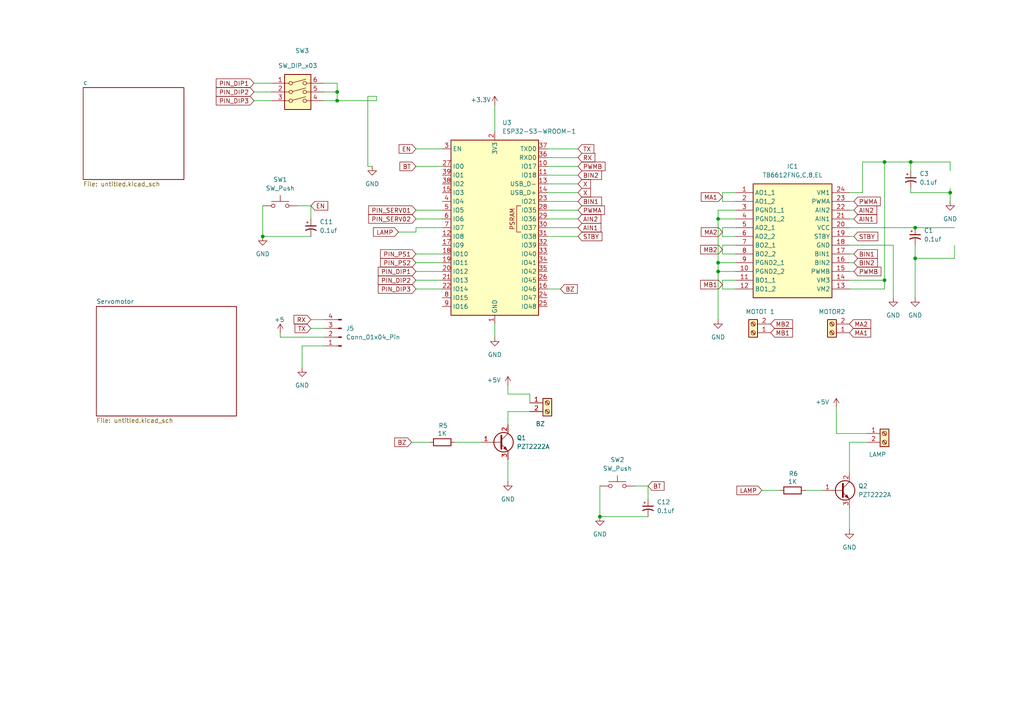
<source format=kicad_sch>
(kicad_sch
	(version 20250114)
	(generator "eeschema")
	(generator_version "9.0")
	(uuid "3ae53582-06e3-437c-a28b-371c2da12c2a")
	(paper "A4")
	(lib_symbols
		(symbol "Connector:Conn_01x04_Pin"
			(pin_names
				(offset 1.016)
				(hide yes)
			)
			(exclude_from_sim no)
			(in_bom yes)
			(on_board yes)
			(property "Reference" "J"
				(at 0 5.08 0)
				(effects
					(font
						(size 1.27 1.27)
					)
				)
			)
			(property "Value" "Conn_01x04_Pin"
				(at 0 -7.62 0)
				(effects
					(font
						(size 1.27 1.27)
					)
				)
			)
			(property "Footprint" ""
				(at 0 0 0)
				(effects
					(font
						(size 1.27 1.27)
					)
					(hide yes)
				)
			)
			(property "Datasheet" "~"
				(at 0 0 0)
				(effects
					(font
						(size 1.27 1.27)
					)
					(hide yes)
				)
			)
			(property "Description" "Generic connector, single row, 01x04, script generated"
				(at 0 0 0)
				(effects
					(font
						(size 1.27 1.27)
					)
					(hide yes)
				)
			)
			(property "ki_locked" ""
				(at 0 0 0)
				(effects
					(font
						(size 1.27 1.27)
					)
				)
			)
			(property "ki_keywords" "connector"
				(at 0 0 0)
				(effects
					(font
						(size 1.27 1.27)
					)
					(hide yes)
				)
			)
			(property "ki_fp_filters" "Connector*:*_1x??_*"
				(at 0 0 0)
				(effects
					(font
						(size 1.27 1.27)
					)
					(hide yes)
				)
			)
			(symbol "Conn_01x04_Pin_1_1"
				(rectangle
					(start 0.8636 2.667)
					(end 0 2.413)
					(stroke
						(width 0.1524)
						(type default)
					)
					(fill
						(type outline)
					)
				)
				(rectangle
					(start 0.8636 0.127)
					(end 0 -0.127)
					(stroke
						(width 0.1524)
						(type default)
					)
					(fill
						(type outline)
					)
				)
				(rectangle
					(start 0.8636 -2.413)
					(end 0 -2.667)
					(stroke
						(width 0.1524)
						(type default)
					)
					(fill
						(type outline)
					)
				)
				(rectangle
					(start 0.8636 -4.953)
					(end 0 -5.207)
					(stroke
						(width 0.1524)
						(type default)
					)
					(fill
						(type outline)
					)
				)
				(polyline
					(pts
						(xy 1.27 2.54) (xy 0.8636 2.54)
					)
					(stroke
						(width 0.1524)
						(type default)
					)
					(fill
						(type none)
					)
				)
				(polyline
					(pts
						(xy 1.27 0) (xy 0.8636 0)
					)
					(stroke
						(width 0.1524)
						(type default)
					)
					(fill
						(type none)
					)
				)
				(polyline
					(pts
						(xy 1.27 -2.54) (xy 0.8636 -2.54)
					)
					(stroke
						(width 0.1524)
						(type default)
					)
					(fill
						(type none)
					)
				)
				(polyline
					(pts
						(xy 1.27 -5.08) (xy 0.8636 -5.08)
					)
					(stroke
						(width 0.1524)
						(type default)
					)
					(fill
						(type none)
					)
				)
				(pin passive line
					(at 5.08 2.54 180)
					(length 3.81)
					(name "Pin_1"
						(effects
							(font
								(size 1.27 1.27)
							)
						)
					)
					(number "1"
						(effects
							(font
								(size 1.27 1.27)
							)
						)
					)
				)
				(pin passive line
					(at 5.08 0 180)
					(length 3.81)
					(name "Pin_2"
						(effects
							(font
								(size 1.27 1.27)
							)
						)
					)
					(number "2"
						(effects
							(font
								(size 1.27 1.27)
							)
						)
					)
				)
				(pin passive line
					(at 5.08 -2.54 180)
					(length 3.81)
					(name "Pin_3"
						(effects
							(font
								(size 1.27 1.27)
							)
						)
					)
					(number "3"
						(effects
							(font
								(size 1.27 1.27)
							)
						)
					)
				)
				(pin passive line
					(at 5.08 -5.08 180)
					(length 3.81)
					(name "Pin_4"
						(effects
							(font
								(size 1.27 1.27)
							)
						)
					)
					(number "4"
						(effects
							(font
								(size 1.27 1.27)
							)
						)
					)
				)
			)
			(embedded_fonts no)
		)
		(symbol "Connector:Screw_Terminal_01x02"
			(pin_names
				(offset 1.016)
				(hide yes)
			)
			(exclude_from_sim no)
			(in_bom yes)
			(on_board yes)
			(property "Reference" "J"
				(at 0 2.54 0)
				(effects
					(font
						(size 1.27 1.27)
					)
				)
			)
			(property "Value" "Screw_Terminal_01x02"
				(at 0 -5.08 0)
				(effects
					(font
						(size 1.27 1.27)
					)
				)
			)
			(property "Footprint" ""
				(at 0 0 0)
				(effects
					(font
						(size 1.27 1.27)
					)
					(hide yes)
				)
			)
			(property "Datasheet" "~"
				(at 0 0 0)
				(effects
					(font
						(size 1.27 1.27)
					)
					(hide yes)
				)
			)
			(property "Description" "Generic screw terminal, single row, 01x02, script generated (kicad-library-utils/schlib/autogen/connector/)"
				(at 0 0 0)
				(effects
					(font
						(size 1.27 1.27)
					)
					(hide yes)
				)
			)
			(property "ki_keywords" "screw terminal"
				(at 0 0 0)
				(effects
					(font
						(size 1.27 1.27)
					)
					(hide yes)
				)
			)
			(property "ki_fp_filters" "TerminalBlock*:*"
				(at 0 0 0)
				(effects
					(font
						(size 1.27 1.27)
					)
					(hide yes)
				)
			)
			(symbol "Screw_Terminal_01x02_1_1"
				(rectangle
					(start -1.27 1.27)
					(end 1.27 -3.81)
					(stroke
						(width 0.254)
						(type default)
					)
					(fill
						(type background)
					)
				)
				(polyline
					(pts
						(xy -0.5334 0.3302) (xy 0.3302 -0.508)
					)
					(stroke
						(width 0.1524)
						(type default)
					)
					(fill
						(type none)
					)
				)
				(polyline
					(pts
						(xy -0.5334 -2.2098) (xy 0.3302 -3.048)
					)
					(stroke
						(width 0.1524)
						(type default)
					)
					(fill
						(type none)
					)
				)
				(polyline
					(pts
						(xy -0.3556 0.508) (xy 0.508 -0.3302)
					)
					(stroke
						(width 0.1524)
						(type default)
					)
					(fill
						(type none)
					)
				)
				(polyline
					(pts
						(xy -0.3556 -2.032) (xy 0.508 -2.8702)
					)
					(stroke
						(width 0.1524)
						(type default)
					)
					(fill
						(type none)
					)
				)
				(circle
					(center 0 0)
					(radius 0.635)
					(stroke
						(width 0.1524)
						(type default)
					)
					(fill
						(type none)
					)
				)
				(circle
					(center 0 -2.54)
					(radius 0.635)
					(stroke
						(width 0.1524)
						(type default)
					)
					(fill
						(type none)
					)
				)
				(pin passive line
					(at -5.08 0 0)
					(length 3.81)
					(name "Pin_1"
						(effects
							(font
								(size 1.27 1.27)
							)
						)
					)
					(number "1"
						(effects
							(font
								(size 1.27 1.27)
							)
						)
					)
				)
				(pin passive line
					(at -5.08 -2.54 0)
					(length 3.81)
					(name "Pin_2"
						(effects
							(font
								(size 1.27 1.27)
							)
						)
					)
					(number "2"
						(effects
							(font
								(size 1.27 1.27)
							)
						)
					)
				)
			)
			(embedded_fonts no)
		)
		(symbol "Device:C_Polarized_Small_US"
			(pin_numbers
				(hide yes)
			)
			(pin_names
				(offset 0.254)
				(hide yes)
			)
			(exclude_from_sim no)
			(in_bom yes)
			(on_board yes)
			(property "Reference" "C"
				(at 0.254 1.778 0)
				(effects
					(font
						(size 1.27 1.27)
					)
					(justify left)
				)
			)
			(property "Value" "C_Polarized_Small_US"
				(at 0.254 -2.032 0)
				(effects
					(font
						(size 1.27 1.27)
					)
					(justify left)
				)
			)
			(property "Footprint" ""
				(at 0 0 0)
				(effects
					(font
						(size 1.27 1.27)
					)
					(hide yes)
				)
			)
			(property "Datasheet" "~"
				(at 0 0 0)
				(effects
					(font
						(size 1.27 1.27)
					)
					(hide yes)
				)
			)
			(property "Description" "Polarized capacitor, small US symbol"
				(at 0 0 0)
				(effects
					(font
						(size 1.27 1.27)
					)
					(hide yes)
				)
			)
			(property "ki_keywords" "cap capacitor"
				(at 0 0 0)
				(effects
					(font
						(size 1.27 1.27)
					)
					(hide yes)
				)
			)
			(property "ki_fp_filters" "CP_*"
				(at 0 0 0)
				(effects
					(font
						(size 1.27 1.27)
					)
					(hide yes)
				)
			)
			(symbol "C_Polarized_Small_US_0_1"
				(polyline
					(pts
						(xy -1.524 0.508) (xy 1.524 0.508)
					)
					(stroke
						(width 0.3048)
						(type default)
					)
					(fill
						(type none)
					)
				)
				(polyline
					(pts
						(xy -1.27 1.524) (xy -0.762 1.524)
					)
					(stroke
						(width 0)
						(type default)
					)
					(fill
						(type none)
					)
				)
				(polyline
					(pts
						(xy -1.016 1.27) (xy -1.016 1.778)
					)
					(stroke
						(width 0)
						(type default)
					)
					(fill
						(type none)
					)
				)
				(arc
					(start -1.524 -0.762)
					(mid 0 -0.3734)
					(end 1.524 -0.762)
					(stroke
						(width 0.3048)
						(type default)
					)
					(fill
						(type none)
					)
				)
			)
			(symbol "C_Polarized_Small_US_1_1"
				(pin passive line
					(at 0 2.54 270)
					(length 2.032)
					(name "~"
						(effects
							(font
								(size 1.27 1.27)
							)
						)
					)
					(number "1"
						(effects
							(font
								(size 1.27 1.27)
							)
						)
					)
				)
				(pin passive line
					(at 0 -2.54 90)
					(length 2.032)
					(name "~"
						(effects
							(font
								(size 1.27 1.27)
							)
						)
					)
					(number "2"
						(effects
							(font
								(size 1.27 1.27)
							)
						)
					)
				)
			)
			(embedded_fonts no)
		)
		(symbol "Device:R"
			(pin_numbers
				(hide yes)
			)
			(pin_names
				(offset 0)
			)
			(exclude_from_sim no)
			(in_bom yes)
			(on_board yes)
			(property "Reference" "R"
				(at 2.032 0 90)
				(effects
					(font
						(size 1.27 1.27)
					)
				)
			)
			(property "Value" "R"
				(at 0 0 90)
				(effects
					(font
						(size 1.27 1.27)
					)
				)
			)
			(property "Footprint" ""
				(at -1.778 0 90)
				(effects
					(font
						(size 1.27 1.27)
					)
					(hide yes)
				)
			)
			(property "Datasheet" "~"
				(at 0 0 0)
				(effects
					(font
						(size 1.27 1.27)
					)
					(hide yes)
				)
			)
			(property "Description" "Resistor"
				(at 0 0 0)
				(effects
					(font
						(size 1.27 1.27)
					)
					(hide yes)
				)
			)
			(property "ki_keywords" "R res resistor"
				(at 0 0 0)
				(effects
					(font
						(size 1.27 1.27)
					)
					(hide yes)
				)
			)
			(property "ki_fp_filters" "R_*"
				(at 0 0 0)
				(effects
					(font
						(size 1.27 1.27)
					)
					(hide yes)
				)
			)
			(symbol "R_0_1"
				(rectangle
					(start -1.016 -2.54)
					(end 1.016 2.54)
					(stroke
						(width 0.254)
						(type default)
					)
					(fill
						(type none)
					)
				)
			)
			(symbol "R_1_1"
				(pin passive line
					(at 0 3.81 270)
					(length 1.27)
					(name "~"
						(effects
							(font
								(size 1.27 1.27)
							)
						)
					)
					(number "1"
						(effects
							(font
								(size 1.27 1.27)
							)
						)
					)
				)
				(pin passive line
					(at 0 -3.81 90)
					(length 1.27)
					(name "~"
						(effects
							(font
								(size 1.27 1.27)
							)
						)
					)
					(number "2"
						(effects
							(font
								(size 1.27 1.27)
							)
						)
					)
				)
			)
			(embedded_fonts no)
		)
		(symbol "RF_Module:ESP32-S3-WROOM-1"
			(exclude_from_sim no)
			(in_bom yes)
			(on_board yes)
			(property "Reference" "U"
				(at -12.7 26.67 0)
				(effects
					(font
						(size 1.27 1.27)
					)
				)
			)
			(property "Value" "ESP32-S3-WROOM-1"
				(at 12.7 26.67 0)
				(effects
					(font
						(size 1.27 1.27)
					)
				)
			)
			(property "Footprint" "RF_Module:ESP32-S3-WROOM-1"
				(at 0 2.54 0)
				(effects
					(font
						(size 1.27 1.27)
					)
					(hide yes)
				)
			)
			(property "Datasheet" "https://www.espressif.com/sites/default/files/documentation/esp32-s3-wroom-1_wroom-1u_datasheet_en.pdf"
				(at 0 0 0)
				(effects
					(font
						(size 1.27 1.27)
					)
					(hide yes)
				)
			)
			(property "Description" "RF Module, ESP32-S3 SoC, Wi-Fi 802.11b/g/n, Bluetooth, BLE, 32-bit, 3.3V, onboard antenna, SMD"
				(at 0 0 0)
				(effects
					(font
						(size 1.27 1.27)
					)
					(hide yes)
				)
			)
			(property "ki_keywords" "RF Radio BT ESP ESP32-S3 Espressif onboard PCB antenna"
				(at 0 0 0)
				(effects
					(font
						(size 1.27 1.27)
					)
					(hide yes)
				)
			)
			(property "ki_fp_filters" "ESP32?S3?WROOM?1*"
				(at 0 0 0)
				(effects
					(font
						(size 1.27 1.27)
					)
					(hide yes)
				)
			)
			(symbol "ESP32-S3-WROOM-1_0_0"
				(rectangle
					(start -12.7 25.4)
					(end 12.7 -25.4)
					(stroke
						(width 0.254)
						(type default)
					)
					(fill
						(type background)
					)
				)
				(text "PSRAM"
					(at 5.08 2.54 900)
					(effects
						(font
							(size 1.27 1.27)
						)
					)
				)
			)
			(symbol "ESP32-S3-WROOM-1_0_1"
				(polyline
					(pts
						(xy 7.62 -1.27) (xy 6.35 -1.27) (xy 6.35 6.35) (xy 7.62 6.35)
					)
					(stroke
						(width 0)
						(type default)
					)
					(fill
						(type none)
					)
				)
			)
			(symbol "ESP32-S3-WROOM-1_1_1"
				(pin input line
					(at -15.24 22.86 0)
					(length 2.54)
					(name "EN"
						(effects
							(font
								(size 1.27 1.27)
							)
						)
					)
					(number "3"
						(effects
							(font
								(size 1.27 1.27)
							)
						)
					)
				)
				(pin bidirectional line
					(at -15.24 17.78 0)
					(length 2.54)
					(name "IO0"
						(effects
							(font
								(size 1.27 1.27)
							)
						)
					)
					(number "27"
						(effects
							(font
								(size 1.27 1.27)
							)
						)
					)
				)
				(pin bidirectional line
					(at -15.24 15.24 0)
					(length 2.54)
					(name "IO1"
						(effects
							(font
								(size 1.27 1.27)
							)
						)
					)
					(number "39"
						(effects
							(font
								(size 1.27 1.27)
							)
						)
					)
				)
				(pin bidirectional line
					(at -15.24 12.7 0)
					(length 2.54)
					(name "IO2"
						(effects
							(font
								(size 1.27 1.27)
							)
						)
					)
					(number "38"
						(effects
							(font
								(size 1.27 1.27)
							)
						)
					)
				)
				(pin bidirectional line
					(at -15.24 10.16 0)
					(length 2.54)
					(name "IO3"
						(effects
							(font
								(size 1.27 1.27)
							)
						)
					)
					(number "15"
						(effects
							(font
								(size 1.27 1.27)
							)
						)
					)
				)
				(pin bidirectional line
					(at -15.24 7.62 0)
					(length 2.54)
					(name "IO4"
						(effects
							(font
								(size 1.27 1.27)
							)
						)
					)
					(number "4"
						(effects
							(font
								(size 1.27 1.27)
							)
						)
					)
				)
				(pin bidirectional line
					(at -15.24 5.08 0)
					(length 2.54)
					(name "IO5"
						(effects
							(font
								(size 1.27 1.27)
							)
						)
					)
					(number "5"
						(effects
							(font
								(size 1.27 1.27)
							)
						)
					)
				)
				(pin bidirectional line
					(at -15.24 2.54 0)
					(length 2.54)
					(name "IO6"
						(effects
							(font
								(size 1.27 1.27)
							)
						)
					)
					(number "6"
						(effects
							(font
								(size 1.27 1.27)
							)
						)
					)
				)
				(pin bidirectional line
					(at -15.24 0 0)
					(length 2.54)
					(name "IO7"
						(effects
							(font
								(size 1.27 1.27)
							)
						)
					)
					(number "7"
						(effects
							(font
								(size 1.27 1.27)
							)
						)
					)
				)
				(pin bidirectional line
					(at -15.24 -2.54 0)
					(length 2.54)
					(name "IO8"
						(effects
							(font
								(size 1.27 1.27)
							)
						)
					)
					(number "12"
						(effects
							(font
								(size 1.27 1.27)
							)
						)
					)
				)
				(pin bidirectional line
					(at -15.24 -5.08 0)
					(length 2.54)
					(name "IO9"
						(effects
							(font
								(size 1.27 1.27)
							)
						)
					)
					(number "17"
						(effects
							(font
								(size 1.27 1.27)
							)
						)
					)
				)
				(pin bidirectional line
					(at -15.24 -7.62 0)
					(length 2.54)
					(name "IO10"
						(effects
							(font
								(size 1.27 1.27)
							)
						)
					)
					(number "18"
						(effects
							(font
								(size 1.27 1.27)
							)
						)
					)
				)
				(pin bidirectional line
					(at -15.24 -10.16 0)
					(length 2.54)
					(name "IO11"
						(effects
							(font
								(size 1.27 1.27)
							)
						)
					)
					(number "19"
						(effects
							(font
								(size 1.27 1.27)
							)
						)
					)
				)
				(pin bidirectional line
					(at -15.24 -12.7 0)
					(length 2.54)
					(name "IO12"
						(effects
							(font
								(size 1.27 1.27)
							)
						)
					)
					(number "20"
						(effects
							(font
								(size 1.27 1.27)
							)
						)
					)
				)
				(pin bidirectional line
					(at -15.24 -15.24 0)
					(length 2.54)
					(name "IO13"
						(effects
							(font
								(size 1.27 1.27)
							)
						)
					)
					(number "21"
						(effects
							(font
								(size 1.27 1.27)
							)
						)
					)
				)
				(pin bidirectional line
					(at -15.24 -17.78 0)
					(length 2.54)
					(name "IO14"
						(effects
							(font
								(size 1.27 1.27)
							)
						)
					)
					(number "22"
						(effects
							(font
								(size 1.27 1.27)
							)
						)
					)
				)
				(pin bidirectional line
					(at -15.24 -20.32 0)
					(length 2.54)
					(name "IO15"
						(effects
							(font
								(size 1.27 1.27)
							)
						)
					)
					(number "8"
						(effects
							(font
								(size 1.27 1.27)
							)
						)
					)
				)
				(pin bidirectional line
					(at -15.24 -22.86 0)
					(length 2.54)
					(name "IO16"
						(effects
							(font
								(size 1.27 1.27)
							)
						)
					)
					(number "9"
						(effects
							(font
								(size 1.27 1.27)
							)
						)
					)
				)
				(pin power_in line
					(at 0 27.94 270)
					(length 2.54)
					(name "3V3"
						(effects
							(font
								(size 1.27 1.27)
							)
						)
					)
					(number "2"
						(effects
							(font
								(size 1.27 1.27)
							)
						)
					)
				)
				(pin power_in line
					(at 0 -27.94 90)
					(length 2.54)
					(name "GND"
						(effects
							(font
								(size 1.27 1.27)
							)
						)
					)
					(number "1"
						(effects
							(font
								(size 1.27 1.27)
							)
						)
					)
				)
				(pin passive line
					(at 0 -27.94 90)
					(length 2.54)
					(hide yes)
					(name "GND"
						(effects
							(font
								(size 1.27 1.27)
							)
						)
					)
					(number "40"
						(effects
							(font
								(size 1.27 1.27)
							)
						)
					)
				)
				(pin passive line
					(at 0 -27.94 90)
					(length 2.54)
					(hide yes)
					(name "GND"
						(effects
							(font
								(size 1.27 1.27)
							)
						)
					)
					(number "41"
						(effects
							(font
								(size 1.27 1.27)
							)
						)
					)
				)
				(pin bidirectional line
					(at 15.24 22.86 180)
					(length 2.54)
					(name "TXD0"
						(effects
							(font
								(size 1.27 1.27)
							)
						)
					)
					(number "37"
						(effects
							(font
								(size 1.27 1.27)
							)
						)
					)
				)
				(pin bidirectional line
					(at 15.24 20.32 180)
					(length 2.54)
					(name "RXD0"
						(effects
							(font
								(size 1.27 1.27)
							)
						)
					)
					(number "36"
						(effects
							(font
								(size 1.27 1.27)
							)
						)
					)
				)
				(pin bidirectional line
					(at 15.24 17.78 180)
					(length 2.54)
					(name "IO17"
						(effects
							(font
								(size 1.27 1.27)
							)
						)
					)
					(number "10"
						(effects
							(font
								(size 1.27 1.27)
							)
						)
					)
				)
				(pin bidirectional line
					(at 15.24 15.24 180)
					(length 2.54)
					(name "IO18"
						(effects
							(font
								(size 1.27 1.27)
							)
						)
					)
					(number "11"
						(effects
							(font
								(size 1.27 1.27)
							)
						)
					)
				)
				(pin bidirectional line
					(at 15.24 12.7 180)
					(length 2.54)
					(name "USB_D-"
						(effects
							(font
								(size 1.27 1.27)
							)
						)
					)
					(number "13"
						(effects
							(font
								(size 1.27 1.27)
							)
						)
					)
					(alternate "IO19" bidirectional line)
				)
				(pin bidirectional line
					(at 15.24 10.16 180)
					(length 2.54)
					(name "USB_D+"
						(effects
							(font
								(size 1.27 1.27)
							)
						)
					)
					(number "14"
						(effects
							(font
								(size 1.27 1.27)
							)
						)
					)
					(alternate "IO20" bidirectional line)
				)
				(pin bidirectional line
					(at 15.24 7.62 180)
					(length 2.54)
					(name "IO21"
						(effects
							(font
								(size 1.27 1.27)
							)
						)
					)
					(number "23"
						(effects
							(font
								(size 1.27 1.27)
							)
						)
					)
				)
				(pin bidirectional line
					(at 15.24 5.08 180)
					(length 2.54)
					(name "IO35"
						(effects
							(font
								(size 1.27 1.27)
							)
						)
					)
					(number "28"
						(effects
							(font
								(size 1.27 1.27)
							)
						)
					)
				)
				(pin bidirectional line
					(at 15.24 2.54 180)
					(length 2.54)
					(name "IO36"
						(effects
							(font
								(size 1.27 1.27)
							)
						)
					)
					(number "29"
						(effects
							(font
								(size 1.27 1.27)
							)
						)
					)
				)
				(pin bidirectional line
					(at 15.24 0 180)
					(length 2.54)
					(name "IO37"
						(effects
							(font
								(size 1.27 1.27)
							)
						)
					)
					(number "30"
						(effects
							(font
								(size 1.27 1.27)
							)
						)
					)
				)
				(pin bidirectional line
					(at 15.24 -2.54 180)
					(length 2.54)
					(name "IO38"
						(effects
							(font
								(size 1.27 1.27)
							)
						)
					)
					(number "31"
						(effects
							(font
								(size 1.27 1.27)
							)
						)
					)
				)
				(pin bidirectional line
					(at 15.24 -5.08 180)
					(length 2.54)
					(name "IO39"
						(effects
							(font
								(size 1.27 1.27)
							)
						)
					)
					(number "32"
						(effects
							(font
								(size 1.27 1.27)
							)
						)
					)
				)
				(pin bidirectional line
					(at 15.24 -7.62 180)
					(length 2.54)
					(name "IO40"
						(effects
							(font
								(size 1.27 1.27)
							)
						)
					)
					(number "33"
						(effects
							(font
								(size 1.27 1.27)
							)
						)
					)
				)
				(pin bidirectional line
					(at 15.24 -10.16 180)
					(length 2.54)
					(name "IO41"
						(effects
							(font
								(size 1.27 1.27)
							)
						)
					)
					(number "34"
						(effects
							(font
								(size 1.27 1.27)
							)
						)
					)
				)
				(pin bidirectional line
					(at 15.24 -12.7 180)
					(length 2.54)
					(name "IO42"
						(effects
							(font
								(size 1.27 1.27)
							)
						)
					)
					(number "35"
						(effects
							(font
								(size 1.27 1.27)
							)
						)
					)
				)
				(pin bidirectional line
					(at 15.24 -15.24 180)
					(length 2.54)
					(name "IO45"
						(effects
							(font
								(size 1.27 1.27)
							)
						)
					)
					(number "26"
						(effects
							(font
								(size 1.27 1.27)
							)
						)
					)
				)
				(pin bidirectional line
					(at 15.24 -17.78 180)
					(length 2.54)
					(name "IO46"
						(effects
							(font
								(size 1.27 1.27)
							)
						)
					)
					(number "16"
						(effects
							(font
								(size 1.27 1.27)
							)
						)
					)
				)
				(pin bidirectional line
					(at 15.24 -20.32 180)
					(length 2.54)
					(name "IO47"
						(effects
							(font
								(size 1.27 1.27)
							)
						)
					)
					(number "24"
						(effects
							(font
								(size 1.27 1.27)
							)
						)
					)
				)
				(pin bidirectional line
					(at 15.24 -22.86 180)
					(length 2.54)
					(name "IO48"
						(effects
							(font
								(size 1.27 1.27)
							)
						)
					)
					(number "25"
						(effects
							(font
								(size 1.27 1.27)
							)
						)
					)
				)
			)
			(embedded_fonts no)
		)
		(symbol "Switch:SW_DIP_x03"
			(pin_names
				(offset 0)
				(hide yes)
			)
			(exclude_from_sim no)
			(in_bom yes)
			(on_board yes)
			(property "Reference" "SW"
				(at 0 6.35 0)
				(effects
					(font
						(size 1.27 1.27)
					)
				)
			)
			(property "Value" "SW_DIP_x03"
				(at 0 -6.35 0)
				(effects
					(font
						(size 1.27 1.27)
					)
				)
			)
			(property "Footprint" ""
				(at 0 -2.54 0)
				(effects
					(font
						(size 1.27 1.27)
					)
					(hide yes)
				)
			)
			(property "Datasheet" "~"
				(at 0 -2.54 0)
				(effects
					(font
						(size 1.27 1.27)
					)
					(hide yes)
				)
			)
			(property "Description" "3x DIP Switch, Single Pole Single Throw (SPST) switch, small symbol"
				(at 0 0 0)
				(effects
					(font
						(size 1.27 1.27)
					)
					(hide yes)
				)
			)
			(property "ki_keywords" "dip switch"
				(at 0 0 0)
				(effects
					(font
						(size 1.27 1.27)
					)
					(hide yes)
				)
			)
			(property "ki_fp_filters" "SW?DIP?x3*"
				(at 0 0 0)
				(effects
					(font
						(size 1.27 1.27)
					)
					(hide yes)
				)
			)
			(symbol "SW_DIP_x03_0_0"
				(circle
					(center -2.032 2.54)
					(radius 0.508)
					(stroke
						(width 0)
						(type default)
					)
					(fill
						(type none)
					)
				)
				(circle
					(center -2.032 0)
					(radius 0.508)
					(stroke
						(width 0)
						(type default)
					)
					(fill
						(type none)
					)
				)
				(circle
					(center -2.032 -2.54)
					(radius 0.508)
					(stroke
						(width 0)
						(type default)
					)
					(fill
						(type none)
					)
				)
				(polyline
					(pts
						(xy -1.524 2.667) (xy 2.3622 3.7084)
					)
					(stroke
						(width 0)
						(type default)
					)
					(fill
						(type none)
					)
				)
				(polyline
					(pts
						(xy -1.524 0.127) (xy 2.3622 1.1684)
					)
					(stroke
						(width 0)
						(type default)
					)
					(fill
						(type none)
					)
				)
				(polyline
					(pts
						(xy -1.524 -2.413) (xy 2.3622 -1.3716)
					)
					(stroke
						(width 0)
						(type default)
					)
					(fill
						(type none)
					)
				)
				(circle
					(center 2.032 2.54)
					(radius 0.508)
					(stroke
						(width 0)
						(type default)
					)
					(fill
						(type none)
					)
				)
				(circle
					(center 2.032 0)
					(radius 0.508)
					(stroke
						(width 0)
						(type default)
					)
					(fill
						(type none)
					)
				)
				(circle
					(center 2.032 -2.54)
					(radius 0.508)
					(stroke
						(width 0)
						(type default)
					)
					(fill
						(type none)
					)
				)
			)
			(symbol "SW_DIP_x03_0_1"
				(rectangle
					(start -3.81 5.08)
					(end 3.81 -5.08)
					(stroke
						(width 0.254)
						(type default)
					)
					(fill
						(type background)
					)
				)
			)
			(symbol "SW_DIP_x03_1_1"
				(pin passive line
					(at -7.62 2.54 0)
					(length 5.08)
					(name "~"
						(effects
							(font
								(size 1.27 1.27)
							)
						)
					)
					(number "1"
						(effects
							(font
								(size 1.27 1.27)
							)
						)
					)
				)
				(pin passive line
					(at -7.62 0 0)
					(length 5.08)
					(name "~"
						(effects
							(font
								(size 1.27 1.27)
							)
						)
					)
					(number "2"
						(effects
							(font
								(size 1.27 1.27)
							)
						)
					)
				)
				(pin passive line
					(at -7.62 -2.54 0)
					(length 5.08)
					(name "~"
						(effects
							(font
								(size 1.27 1.27)
							)
						)
					)
					(number "3"
						(effects
							(font
								(size 1.27 1.27)
							)
						)
					)
				)
				(pin passive line
					(at 7.62 2.54 180)
					(length 5.08)
					(name "~"
						(effects
							(font
								(size 1.27 1.27)
							)
						)
					)
					(number "6"
						(effects
							(font
								(size 1.27 1.27)
							)
						)
					)
				)
				(pin passive line
					(at 7.62 0 180)
					(length 5.08)
					(name "~"
						(effects
							(font
								(size 1.27 1.27)
							)
						)
					)
					(number "5"
						(effects
							(font
								(size 1.27 1.27)
							)
						)
					)
				)
				(pin passive line
					(at 7.62 -2.54 180)
					(length 5.08)
					(name "~"
						(effects
							(font
								(size 1.27 1.27)
							)
						)
					)
					(number "4"
						(effects
							(font
								(size 1.27 1.27)
							)
						)
					)
				)
			)
			(embedded_fonts no)
		)
		(symbol "Switch:SW_Push"
			(pin_numbers
				(hide yes)
			)
			(pin_names
				(offset 1.016)
				(hide yes)
			)
			(exclude_from_sim no)
			(in_bom yes)
			(on_board yes)
			(property "Reference" "SW"
				(at 1.27 2.54 0)
				(effects
					(font
						(size 1.27 1.27)
					)
					(justify left)
				)
			)
			(property "Value" "SW_Push"
				(at 0 -1.524 0)
				(effects
					(font
						(size 1.27 1.27)
					)
				)
			)
			(property "Footprint" ""
				(at 0 5.08 0)
				(effects
					(font
						(size 1.27 1.27)
					)
					(hide yes)
				)
			)
			(property "Datasheet" "~"
				(at 0 5.08 0)
				(effects
					(font
						(size 1.27 1.27)
					)
					(hide yes)
				)
			)
			(property "Description" "Push button switch, generic, two pins"
				(at 0 0 0)
				(effects
					(font
						(size 1.27 1.27)
					)
					(hide yes)
				)
			)
			(property "ki_keywords" "switch normally-open pushbutton push-button"
				(at 0 0 0)
				(effects
					(font
						(size 1.27 1.27)
					)
					(hide yes)
				)
			)
			(symbol "SW_Push_0_1"
				(circle
					(center -2.032 0)
					(radius 0.508)
					(stroke
						(width 0)
						(type default)
					)
					(fill
						(type none)
					)
				)
				(polyline
					(pts
						(xy 0 1.27) (xy 0 3.048)
					)
					(stroke
						(width 0)
						(type default)
					)
					(fill
						(type none)
					)
				)
				(circle
					(center 2.032 0)
					(radius 0.508)
					(stroke
						(width 0)
						(type default)
					)
					(fill
						(type none)
					)
				)
				(polyline
					(pts
						(xy 2.54 1.27) (xy -2.54 1.27)
					)
					(stroke
						(width 0)
						(type default)
					)
					(fill
						(type none)
					)
				)
				(pin passive line
					(at -5.08 0 0)
					(length 2.54)
					(name "1"
						(effects
							(font
								(size 1.27 1.27)
							)
						)
					)
					(number "1"
						(effects
							(font
								(size 1.27 1.27)
							)
						)
					)
				)
				(pin passive line
					(at 5.08 0 180)
					(length 2.54)
					(name "2"
						(effects
							(font
								(size 1.27 1.27)
							)
						)
					)
					(number "2"
						(effects
							(font
								(size 1.27 1.27)
							)
						)
					)
				)
			)
			(embedded_fonts no)
		)
		(symbol "TB6612FNG_C_8_EL:TB6612FNG,C,8,EL"
			(exclude_from_sim no)
			(in_bom yes)
			(on_board yes)
			(property "Reference" "IC"
				(at 29.21 7.62 0)
				(effects
					(font
						(size 1.27 1.27)
					)
					(justify left top)
				)
			)
			(property "Value" "TB6612FNG,C,8,EL"
				(at 29.21 5.08 0)
				(effects
					(font
						(size 1.27 1.27)
					)
					(justify left top)
				)
			)
			(property "Footprint" "SOP65P760X160-24N"
				(at 29.21 -94.92 0)
				(effects
					(font
						(size 1.27 1.27)
					)
					(justify left top)
					(hide yes)
				)
			)
			(property "Datasheet" "http://toshiba.semicon-storage.com/info/docget.jsp?did=10660&prodName=TB6612FNG"
				(at 29.21 -194.92 0)
				(effects
					(font
						(size 1.27 1.27)
					)
					(justify left top)
					(hide yes)
				)
			)
			(property "Description" "otor / Motion / Ignition Controllers & Drivers Brush Motor Driver IC"
				(at 0 0 0)
				(effects
					(font
						(size 1.27 1.27)
					)
					(hide yes)
				)
			)
			(property "Height" "1.6"
				(at 29.21 -394.92 0)
				(effects
					(font
						(size 1.27 1.27)
					)
					(justify left top)
					(hide yes)
				)
			)
			(property "Mouser Part Number" "757-TB6612FNGC8EL"
				(at 29.21 -494.92 0)
				(effects
					(font
						(size 1.27 1.27)
					)
					(justify left top)
					(hide yes)
				)
			)
			(property "Mouser Price/Stock" "https://www.mouser.co.uk/ProductDetail/Toshiba/TB6612FNGC8EL?qs=rsevcuukUAy2UalRuv4E%2FQ%3D%3D"
				(at 29.21 -594.92 0)
				(effects
					(font
						(size 1.27 1.27)
					)
					(justify left top)
					(hide yes)
				)
			)
			(property "Manufacturer_Name" "Toshiba"
				(at 29.21 -694.92 0)
				(effects
					(font
						(size 1.27 1.27)
					)
					(justify left top)
					(hide yes)
				)
			)
			(property "Manufacturer_Part_Number" "TB6612FNG,C,8,EL"
				(at 29.21 -794.92 0)
				(effects
					(font
						(size 1.27 1.27)
					)
					(justify left top)
					(hide yes)
				)
			)
			(symbol "TB6612FNG,C,8,EL_1_1"
				(rectangle
					(start 5.08 2.54)
					(end 27.94 -30.48)
					(stroke
						(width 0.254)
						(type default)
					)
					(fill
						(type background)
					)
				)
				(pin passive line
					(at 0 0 0)
					(length 5.08)
					(name "AO1_1"
						(effects
							(font
								(size 1.27 1.27)
							)
						)
					)
					(number "1"
						(effects
							(font
								(size 1.27 1.27)
							)
						)
					)
				)
				(pin passive line
					(at 0 -2.54 0)
					(length 5.08)
					(name "AO1_2"
						(effects
							(font
								(size 1.27 1.27)
							)
						)
					)
					(number "2"
						(effects
							(font
								(size 1.27 1.27)
							)
						)
					)
				)
				(pin passive line
					(at 0 -5.08 0)
					(length 5.08)
					(name "PGND1_1"
						(effects
							(font
								(size 1.27 1.27)
							)
						)
					)
					(number "3"
						(effects
							(font
								(size 1.27 1.27)
							)
						)
					)
				)
				(pin passive line
					(at 0 -7.62 0)
					(length 5.08)
					(name "PGND1_2"
						(effects
							(font
								(size 1.27 1.27)
							)
						)
					)
					(number "4"
						(effects
							(font
								(size 1.27 1.27)
							)
						)
					)
				)
				(pin passive line
					(at 0 -10.16 0)
					(length 5.08)
					(name "AO2_1"
						(effects
							(font
								(size 1.27 1.27)
							)
						)
					)
					(number "5"
						(effects
							(font
								(size 1.27 1.27)
							)
						)
					)
				)
				(pin passive line
					(at 0 -12.7 0)
					(length 5.08)
					(name "AO2_2"
						(effects
							(font
								(size 1.27 1.27)
							)
						)
					)
					(number "6"
						(effects
							(font
								(size 1.27 1.27)
							)
						)
					)
				)
				(pin passive line
					(at 0 -15.24 0)
					(length 5.08)
					(name "BO2_1"
						(effects
							(font
								(size 1.27 1.27)
							)
						)
					)
					(number "7"
						(effects
							(font
								(size 1.27 1.27)
							)
						)
					)
				)
				(pin passive line
					(at 0 -17.78 0)
					(length 5.08)
					(name "BO2_2"
						(effects
							(font
								(size 1.27 1.27)
							)
						)
					)
					(number "8"
						(effects
							(font
								(size 1.27 1.27)
							)
						)
					)
				)
				(pin passive line
					(at 0 -20.32 0)
					(length 5.08)
					(name "PGND2_1"
						(effects
							(font
								(size 1.27 1.27)
							)
						)
					)
					(number "9"
						(effects
							(font
								(size 1.27 1.27)
							)
						)
					)
				)
				(pin passive line
					(at 0 -22.86 0)
					(length 5.08)
					(name "PGND2_2"
						(effects
							(font
								(size 1.27 1.27)
							)
						)
					)
					(number "10"
						(effects
							(font
								(size 1.27 1.27)
							)
						)
					)
				)
				(pin passive line
					(at 0 -25.4 0)
					(length 5.08)
					(name "BO1_1"
						(effects
							(font
								(size 1.27 1.27)
							)
						)
					)
					(number "11"
						(effects
							(font
								(size 1.27 1.27)
							)
						)
					)
				)
				(pin passive line
					(at 0 -27.94 0)
					(length 5.08)
					(name "BO1_2"
						(effects
							(font
								(size 1.27 1.27)
							)
						)
					)
					(number "12"
						(effects
							(font
								(size 1.27 1.27)
							)
						)
					)
				)
				(pin passive line
					(at 33.02 0 180)
					(length 5.08)
					(name "VM1"
						(effects
							(font
								(size 1.27 1.27)
							)
						)
					)
					(number "24"
						(effects
							(font
								(size 1.27 1.27)
							)
						)
					)
				)
				(pin passive line
					(at 33.02 -2.54 180)
					(length 5.08)
					(name "PWMA"
						(effects
							(font
								(size 1.27 1.27)
							)
						)
					)
					(number "23"
						(effects
							(font
								(size 1.27 1.27)
							)
						)
					)
				)
				(pin passive line
					(at 33.02 -5.08 180)
					(length 5.08)
					(name "AIN2"
						(effects
							(font
								(size 1.27 1.27)
							)
						)
					)
					(number "22"
						(effects
							(font
								(size 1.27 1.27)
							)
						)
					)
				)
				(pin passive line
					(at 33.02 -7.62 180)
					(length 5.08)
					(name "AIN1"
						(effects
							(font
								(size 1.27 1.27)
							)
						)
					)
					(number "21"
						(effects
							(font
								(size 1.27 1.27)
							)
						)
					)
				)
				(pin passive line
					(at 33.02 -10.16 180)
					(length 5.08)
					(name "VCC"
						(effects
							(font
								(size 1.27 1.27)
							)
						)
					)
					(number "20"
						(effects
							(font
								(size 1.27 1.27)
							)
						)
					)
				)
				(pin passive line
					(at 33.02 -12.7 180)
					(length 5.08)
					(name "STBY"
						(effects
							(font
								(size 1.27 1.27)
							)
						)
					)
					(number "19"
						(effects
							(font
								(size 1.27 1.27)
							)
						)
					)
				)
				(pin passive line
					(at 33.02 -15.24 180)
					(length 5.08)
					(name "GND"
						(effects
							(font
								(size 1.27 1.27)
							)
						)
					)
					(number "18"
						(effects
							(font
								(size 1.27 1.27)
							)
						)
					)
				)
				(pin passive line
					(at 33.02 -17.78 180)
					(length 5.08)
					(name "BIN1"
						(effects
							(font
								(size 1.27 1.27)
							)
						)
					)
					(number "17"
						(effects
							(font
								(size 1.27 1.27)
							)
						)
					)
				)
				(pin passive line
					(at 33.02 -20.32 180)
					(length 5.08)
					(name "BIN2"
						(effects
							(font
								(size 1.27 1.27)
							)
						)
					)
					(number "16"
						(effects
							(font
								(size 1.27 1.27)
							)
						)
					)
				)
				(pin passive line
					(at 33.02 -22.86 180)
					(length 5.08)
					(name "PWMB"
						(effects
							(font
								(size 1.27 1.27)
							)
						)
					)
					(number "15"
						(effects
							(font
								(size 1.27 1.27)
							)
						)
					)
				)
				(pin passive line
					(at 33.02 -25.4 180)
					(length 5.08)
					(name "VM3"
						(effects
							(font
								(size 1.27 1.27)
							)
						)
					)
					(number "14"
						(effects
							(font
								(size 1.27 1.27)
							)
						)
					)
				)
				(pin passive line
					(at 33.02 -27.94 180)
					(length 5.08)
					(name "VM2"
						(effects
							(font
								(size 1.27 1.27)
							)
						)
					)
					(number "13"
						(effects
							(font
								(size 1.27 1.27)
							)
						)
					)
				)
			)
			(embedded_fonts no)
		)
		(symbol "Transistor_BJT:PZT2222A"
			(pin_names
				(offset 0)
				(hide yes)
			)
			(exclude_from_sim no)
			(in_bom yes)
			(on_board yes)
			(property "Reference" "Q"
				(at 5.08 1.905 0)
				(effects
					(font
						(size 1.27 1.27)
					)
					(justify left)
				)
			)
			(property "Value" "PZT2222A"
				(at 5.08 0 0)
				(effects
					(font
						(size 1.27 1.27)
					)
					(justify left)
				)
			)
			(property "Footprint" "Package_TO_SOT_SMD:SOT-223-3_TabPin2"
				(at 5.08 -1.905 0)
				(effects
					(font
						(size 1.27 1.27)
						(italic yes)
					)
					(justify left)
					(hide yes)
				)
			)
			(property "Datasheet" "https://www.onsemi.com/pub/Collateral/PN2222-D.PDF"
				(at 0 0 0)
				(effects
					(font
						(size 1.27 1.27)
					)
					(justify left)
					(hide yes)
				)
			)
			(property "Description" "1A Ic, 40V Vce, NPN Transistor, General Purpose Transistor, SOT-223"
				(at 0 0 0)
				(effects
					(font
						(size 1.27 1.27)
					)
					(hide yes)
				)
			)
			(property "ki_keywords" "NPN General Puprose Transistor SMD"
				(at 0 0 0)
				(effects
					(font
						(size 1.27 1.27)
					)
					(hide yes)
				)
			)
			(property "ki_fp_filters" "SOT?223*"
				(at 0 0 0)
				(effects
					(font
						(size 1.27 1.27)
					)
					(hide yes)
				)
			)
			(symbol "PZT2222A_0_1"
				(polyline
					(pts
						(xy -2.54 0) (xy 0.635 0)
					)
					(stroke
						(width 0)
						(type default)
					)
					(fill
						(type none)
					)
				)
				(polyline
					(pts
						(xy 0.635 1.905) (xy 0.635 -1.905)
					)
					(stroke
						(width 0.508)
						(type default)
					)
					(fill
						(type none)
					)
				)
				(circle
					(center 1.27 0)
					(radius 2.8194)
					(stroke
						(width 0.254)
						(type default)
					)
					(fill
						(type none)
					)
				)
			)
			(symbol "PZT2222A_1_1"
				(polyline
					(pts
						(xy 0.635 0.635) (xy 2.54 2.54)
					)
					(stroke
						(width 0)
						(type default)
					)
					(fill
						(type none)
					)
				)
				(polyline
					(pts
						(xy 0.635 -0.635) (xy 2.54 -2.54)
					)
					(stroke
						(width 0)
						(type default)
					)
					(fill
						(type none)
					)
				)
				(polyline
					(pts
						(xy 1.27 -1.778) (xy 1.778 -1.27) (xy 2.286 -2.286) (xy 1.27 -1.778)
					)
					(stroke
						(width 0)
						(type default)
					)
					(fill
						(type outline)
					)
				)
				(pin input line
					(at -5.08 0 0)
					(length 2.54)
					(name "B"
						(effects
							(font
								(size 1.27 1.27)
							)
						)
					)
					(number "1"
						(effects
							(font
								(size 1.27 1.27)
							)
						)
					)
				)
				(pin passive line
					(at 2.54 5.08 270)
					(length 2.54)
					(name "C"
						(effects
							(font
								(size 1.27 1.27)
							)
						)
					)
					(number "2"
						(effects
							(font
								(size 1.27 1.27)
							)
						)
					)
				)
				(pin passive line
					(at 2.54 -5.08 90)
					(length 2.54)
					(name "E"
						(effects
							(font
								(size 1.27 1.27)
							)
						)
					)
					(number "3"
						(effects
							(font
								(size 1.27 1.27)
							)
						)
					)
				)
			)
			(embedded_fonts no)
		)
		(symbol "power:+3.3V"
			(power)
			(pin_numbers
				(hide yes)
			)
			(pin_names
				(offset 0)
				(hide yes)
			)
			(exclude_from_sim no)
			(in_bom yes)
			(on_board yes)
			(property "Reference" "#PWR"
				(at 0 -3.81 0)
				(effects
					(font
						(size 1.27 1.27)
					)
					(hide yes)
				)
			)
			(property "Value" "+3.3V"
				(at 0 3.556 0)
				(effects
					(font
						(size 1.27 1.27)
					)
				)
			)
			(property "Footprint" ""
				(at 0 0 0)
				(effects
					(font
						(size 1.27 1.27)
					)
					(hide yes)
				)
			)
			(property "Datasheet" ""
				(at 0 0 0)
				(effects
					(font
						(size 1.27 1.27)
					)
					(hide yes)
				)
			)
			(property "Description" "Power symbol creates a global label with name \"+3.3V\""
				(at 0 0 0)
				(effects
					(font
						(size 1.27 1.27)
					)
					(hide yes)
				)
			)
			(property "ki_keywords" "global power"
				(at 0 0 0)
				(effects
					(font
						(size 1.27 1.27)
					)
					(hide yes)
				)
			)
			(symbol "+3.3V_0_1"
				(polyline
					(pts
						(xy -0.762 1.27) (xy 0 2.54)
					)
					(stroke
						(width 0)
						(type default)
					)
					(fill
						(type none)
					)
				)
				(polyline
					(pts
						(xy 0 2.54) (xy 0.762 1.27)
					)
					(stroke
						(width 0)
						(type default)
					)
					(fill
						(type none)
					)
				)
				(polyline
					(pts
						(xy 0 0) (xy 0 2.54)
					)
					(stroke
						(width 0)
						(type default)
					)
					(fill
						(type none)
					)
				)
			)
			(symbol "+3.3V_1_1"
				(pin power_in line
					(at 0 0 90)
					(length 0)
					(name "~"
						(effects
							(font
								(size 1.27 1.27)
							)
						)
					)
					(number "1"
						(effects
							(font
								(size 1.27 1.27)
							)
						)
					)
				)
			)
			(embedded_fonts no)
		)
		(symbol "power:GND"
			(power)
			(pin_numbers
				(hide yes)
			)
			(pin_names
				(offset 0)
				(hide yes)
			)
			(exclude_from_sim no)
			(in_bom yes)
			(on_board yes)
			(property "Reference" "#PWR"
				(at 0 -6.35 0)
				(effects
					(font
						(size 1.27 1.27)
					)
					(hide yes)
				)
			)
			(property "Value" "GND"
				(at 0 -3.81 0)
				(effects
					(font
						(size 1.27 1.27)
					)
				)
			)
			(property "Footprint" ""
				(at 0 0 0)
				(effects
					(font
						(size 1.27 1.27)
					)
					(hide yes)
				)
			)
			(property "Datasheet" ""
				(at 0 0 0)
				(effects
					(font
						(size 1.27 1.27)
					)
					(hide yes)
				)
			)
			(property "Description" "Power symbol creates a global label with name \"GND\" , ground"
				(at 0 0 0)
				(effects
					(font
						(size 1.27 1.27)
					)
					(hide yes)
				)
			)
			(property "ki_keywords" "global power"
				(at 0 0 0)
				(effects
					(font
						(size 1.27 1.27)
					)
					(hide yes)
				)
			)
			(symbol "GND_0_1"
				(polyline
					(pts
						(xy 0 0) (xy 0 -1.27) (xy 1.27 -1.27) (xy 0 -2.54) (xy -1.27 -1.27) (xy 0 -1.27)
					)
					(stroke
						(width 0)
						(type default)
					)
					(fill
						(type none)
					)
				)
			)
			(symbol "GND_1_1"
				(pin power_in line
					(at 0 0 270)
					(length 0)
					(name "~"
						(effects
							(font
								(size 1.27 1.27)
							)
						)
					)
					(number "1"
						(effects
							(font
								(size 1.27 1.27)
							)
						)
					)
				)
			)
			(embedded_fonts no)
		)
	)
	(junction
		(at 97.79 26.67)
		(diameter 0)
		(color 0 0 0 0)
		(uuid "2cfd97f4-f9ab-4f29-b183-98c7d7bcf4a6")
	)
	(junction
		(at 265.43 66.04)
		(diameter 0)
		(color 0 0 0 0)
		(uuid "49cf44c1-103e-4988-95b2-c5f9bef168f8")
	)
	(junction
		(at 208.28 76.2)
		(diameter 0)
		(color 0 0 0 0)
		(uuid "4a51c98b-69bd-415d-bdc8-c89af841e61d")
	)
	(junction
		(at 256.54 46.99)
		(diameter 0)
		(color 0 0 0 0)
		(uuid "5af0b075-2363-48e9-ab38-99da8b032801")
	)
	(junction
		(at 76.2 68.58)
		(diameter 0)
		(color 0 0 0 0)
		(uuid "5ff323c1-b3ba-45c8-9a3c-18b845246ee4")
	)
	(junction
		(at 264.16 46.99)
		(diameter 0)
		(color 0 0 0 0)
		(uuid "6e5c55b6-0f6d-47f3-b146-45bf346c64ad")
	)
	(junction
		(at 208.28 63.5)
		(diameter 0)
		(color 0 0 0 0)
		(uuid "70c53f9c-7a0a-4192-a849-30ada20d90e9")
	)
	(junction
		(at 265.43 74.93)
		(diameter 0)
		(color 0 0 0 0)
		(uuid "85efc118-8c83-43c1-8fce-18469dae690d")
	)
	(junction
		(at 208.28 78.74)
		(diameter 0)
		(color 0 0 0 0)
		(uuid "8db46202-58d6-48a9-a93c-7b0e23a99e4d")
	)
	(junction
		(at 97.79 29.21)
		(diameter 0)
		(color 0 0 0 0)
		(uuid "bc160b8b-ee34-4891-b5f8-a06f2789bd16")
	)
	(junction
		(at 173.99 149.86)
		(diameter 0)
		(color 0 0 0 0)
		(uuid "e9062109-c320-4b9d-b750-778440750188")
	)
	(junction
		(at 256.54 81.28)
		(diameter 0)
		(color 0 0 0 0)
		(uuid "ea88e30d-b7e8-48e7-8c49-185ea064866d")
	)
	(junction
		(at 275.59 55.88)
		(diameter 0)
		(color 0 0 0 0)
		(uuid "fcde648d-da0e-487a-bcc7-a248c990e5df")
	)
	(wire
		(pts
			(xy 158.75 83.82) (xy 162.56 83.82)
		)
		(stroke
			(width 0)
			(type default)
		)
		(uuid "00bdd26a-7215-4e3c-9676-e57911357865")
	)
	(wire
		(pts
			(xy 120.65 63.5) (xy 128.27 63.5)
		)
		(stroke
			(width 0)
			(type default)
		)
		(uuid "015f6bcb-cb9c-47d4-8d2f-28638f87868c")
	)
	(wire
		(pts
			(xy 76.2 59.69) (xy 76.2 68.58)
		)
		(stroke
			(width 0)
			(type default)
		)
		(uuid "0246391a-c38f-459d-ac8b-aa0a9d0f2a5e")
	)
	(wire
		(pts
			(xy 246.38 73.66) (xy 247.65 73.66)
		)
		(stroke
			(width 0)
			(type default)
		)
		(uuid "056a6836-ae5c-4024-b368-faec0c097e17")
	)
	(wire
		(pts
			(xy 264.16 55.88) (xy 275.59 55.88)
		)
		(stroke
			(width 0)
			(type default)
		)
		(uuid "0641eb10-bcec-408e-9843-7c77b0704371")
	)
	(wire
		(pts
			(xy 120.65 66.04) (xy 120.65 67.31)
		)
		(stroke
			(width 0)
			(type default)
		)
		(uuid "0796931a-7da2-4f46-be6d-dd884da30d8c")
	)
	(wire
		(pts
			(xy 213.36 71.12) (xy 209.55 71.12)
		)
		(stroke
			(width 0)
			(type default)
		)
		(uuid "07e65a26-3156-4909-bd37-5c2d21cd625a")
	)
	(wire
		(pts
			(xy 246.38 81.28) (xy 256.54 81.28)
		)
		(stroke
			(width 0)
			(type default)
		)
		(uuid "07ef46a7-7c8a-42c1-941f-f28804bcc390")
	)
	(wire
		(pts
			(xy 97.79 26.67) (xy 97.79 29.21)
		)
		(stroke
			(width 0)
			(type default)
		)
		(uuid "0a3adbb3-e52b-4d53-b19c-25c01c38e7c2")
	)
	(wire
		(pts
			(xy 213.36 81.28) (xy 209.55 81.28)
		)
		(stroke
			(width 0)
			(type default)
		)
		(uuid "0dac0132-11a2-4f4a-a82e-2952c021c8d4")
	)
	(wire
		(pts
			(xy 93.98 24.13) (xy 97.79 24.13)
		)
		(stroke
			(width 0)
			(type default)
		)
		(uuid "0e8ebea9-dba5-46b3-bb9e-796da1fec3df")
	)
	(wire
		(pts
			(xy 120.65 83.82) (xy 128.27 83.82)
		)
		(stroke
			(width 0)
			(type default)
		)
		(uuid "10b269d4-8b3d-4d59-b629-15294d5d915d")
	)
	(wire
		(pts
			(xy 209.55 71.12) (xy 209.55 73.66)
		)
		(stroke
			(width 0)
			(type default)
		)
		(uuid "121f6559-ef41-4505-9a2e-0859be9ca65a")
	)
	(wire
		(pts
			(xy 120.65 43.18) (xy 128.27 43.18)
		)
		(stroke
			(width 0)
			(type default)
		)
		(uuid "12437d82-4699-4c4e-a979-d1ab577030cf")
	)
	(wire
		(pts
			(xy 81.28 96.52) (xy 81.28 97.79)
		)
		(stroke
			(width 0)
			(type default)
		)
		(uuid "147510b2-7d2b-4742-9fc3-a90242e54030")
	)
	(wire
		(pts
			(xy 109.22 29.21) (xy 97.79 29.21)
		)
		(stroke
			(width 0)
			(type default)
		)
		(uuid "158fbc23-ecf9-405a-8b6a-3fb7f686db01")
	)
	(wire
		(pts
			(xy 246.38 71.12) (xy 259.08 71.12)
		)
		(stroke
			(width 0)
			(type default)
		)
		(uuid "162b7bb8-a920-472a-8c14-8768101a3443")
	)
	(wire
		(pts
			(xy 143.51 30.48) (xy 143.51 38.1)
		)
		(stroke
			(width 0)
			(type default)
		)
		(uuid "1852c55d-06f0-4f16-b138-a59a8f9c417b")
	)
	(wire
		(pts
			(xy 265.43 71.12) (xy 265.43 74.93)
		)
		(stroke
			(width 0)
			(type default)
		)
		(uuid "199eff38-4b21-4118-8ddf-5972ed155f79")
	)
	(wire
		(pts
			(xy 264.16 46.99) (xy 264.16 49.53)
		)
		(stroke
			(width 0)
			(type default)
		)
		(uuid "1a171007-29dc-4253-876e-6c2e7ce62102")
	)
	(wire
		(pts
			(xy 147.32 119.38) (xy 153.67 119.38)
		)
		(stroke
			(width 0)
			(type default)
		)
		(uuid "1b3ab796-b2c6-400b-8541-e5914d9f62ce")
	)
	(wire
		(pts
			(xy 265.43 74.93) (xy 276.86 74.93)
		)
		(stroke
			(width 0)
			(type default)
		)
		(uuid "21b6c7d4-a87a-4bc9-8aef-3e94c46ee140")
	)
	(wire
		(pts
			(xy 184.15 140.97) (xy 187.96 140.97)
		)
		(stroke
			(width 0)
			(type default)
		)
		(uuid "25b72d17-ea78-49c3-9f63-f806345afbf1")
	)
	(wire
		(pts
			(xy 147.32 119.38) (xy 147.32 123.19)
		)
		(stroke
			(width 0)
			(type default)
		)
		(uuid "263dbd15-3137-4b1d-ae25-6af7b717913d")
	)
	(wire
		(pts
			(xy 209.55 55.88) (xy 209.55 58.42)
		)
		(stroke
			(width 0)
			(type default)
		)
		(uuid "29abd3ea-03b0-4dd9-9b18-e18e57f08ffe")
	)
	(wire
		(pts
			(xy 73.66 24.13) (xy 78.74 24.13)
		)
		(stroke
			(width 0)
			(type default)
		)
		(uuid "29c1baa9-1d9f-40e8-b541-15f689a457ab")
	)
	(wire
		(pts
			(xy 158.75 48.26) (xy 167.64 48.26)
		)
		(stroke
			(width 0)
			(type default)
		)
		(uuid "2a6d5825-1337-4ee7-9047-e3ca4ead9717")
	)
	(wire
		(pts
			(xy 209.55 81.28) (xy 209.55 83.82)
		)
		(stroke
			(width 0)
			(type default)
		)
		(uuid "2ac831ad-0bb6-49d4-ba32-5cf13e883678")
	)
	(wire
		(pts
			(xy 251.46 128.27) (xy 246.38 128.27)
		)
		(stroke
			(width 0)
			(type default)
		)
		(uuid "2fcfbad0-29d9-421e-a49c-fe080056dde8")
	)
	(wire
		(pts
			(xy 158.75 63.5) (xy 167.64 63.5)
		)
		(stroke
			(width 0)
			(type default)
		)
		(uuid "302fc0df-bfc6-4aa1-9c32-8dc4f27ab508")
	)
	(wire
		(pts
			(xy 275.59 55.88) (xy 275.59 58.42)
		)
		(stroke
			(width 0)
			(type default)
		)
		(uuid "30d4908d-c57b-4a46-9ebe-fc1ca9b53048")
	)
	(wire
		(pts
			(xy 158.75 50.8) (xy 167.64 50.8)
		)
		(stroke
			(width 0)
			(type default)
		)
		(uuid "318cfcbe-db76-4fa5-810c-1f310a377ad7")
	)
	(wire
		(pts
			(xy 107.95 48.26) (xy 106.68 48.26)
		)
		(stroke
			(width 0)
			(type default)
		)
		(uuid "339c7f9c-6168-4407-9822-d1c35947f887")
	)
	(wire
		(pts
			(xy 208.28 76.2) (xy 208.28 78.74)
		)
		(stroke
			(width 0)
			(type default)
		)
		(uuid "34d18fdb-e1e0-4526-ae70-4acaee16645a")
	)
	(wire
		(pts
			(xy 147.32 114.3) (xy 153.67 114.3)
		)
		(stroke
			(width 0)
			(type default)
		)
		(uuid "3cde7b5d-d59a-4a6f-8ef6-9177c26deff6")
	)
	(wire
		(pts
			(xy 158.75 45.72) (xy 167.64 45.72)
		)
		(stroke
			(width 0)
			(type default)
		)
		(uuid "3f23386d-f905-4d6d-83b3-1eca9f0a90ec")
	)
	(wire
		(pts
			(xy 246.38 78.74) (xy 247.65 78.74)
		)
		(stroke
			(width 0)
			(type default)
		)
		(uuid "4193c2ca-5f31-4729-8957-1a597b839bba")
	)
	(wire
		(pts
			(xy 275.59 46.99) (xy 275.59 49.53)
		)
		(stroke
			(width 0)
			(type default)
		)
		(uuid "425ff532-7653-4fc3-bc9d-59b023b5217a")
	)
	(wire
		(pts
			(xy 120.65 78.74) (xy 128.27 78.74)
		)
		(stroke
			(width 0)
			(type default)
		)
		(uuid "44ba5bc0-366d-4627-940c-adbcd7fc710e")
	)
	(wire
		(pts
			(xy 256.54 46.99) (xy 264.16 46.99)
		)
		(stroke
			(width 0)
			(type default)
		)
		(uuid "45654a73-796e-446e-a6af-b3ba4cf29b40")
	)
	(wire
		(pts
			(xy 250.19 46.99) (xy 256.54 46.99)
		)
		(stroke
			(width 0)
			(type default)
		)
		(uuid "4b5903f7-ae42-443d-abf1-8b18634195bf")
	)
	(wire
		(pts
			(xy 264.16 54.61) (xy 264.16 55.88)
		)
		(stroke
			(width 0)
			(type default)
		)
		(uuid "4dc90b57-47a0-47ee-867e-89e3113a07c0")
	)
	(wire
		(pts
			(xy 246.38 60.96) (xy 247.65 60.96)
		)
		(stroke
			(width 0)
			(type default)
		)
		(uuid "4fc3ed3a-d5ea-435e-8b9e-d88ad8967560")
	)
	(wire
		(pts
			(xy 264.16 46.99) (xy 275.59 46.99)
		)
		(stroke
			(width 0)
			(type default)
		)
		(uuid "538130a6-ccb7-4661-8627-8ffcc74f1db4")
	)
	(wire
		(pts
			(xy 246.38 147.32) (xy 246.38 153.67)
		)
		(stroke
			(width 0)
			(type default)
		)
		(uuid "538af072-69b2-4d93-8268-9fa20093566e")
	)
	(wire
		(pts
			(xy 81.28 97.79) (xy 93.98 97.79)
		)
		(stroke
			(width 0)
			(type default)
		)
		(uuid "545f7dfb-af48-4326-9bde-a01955d48b04")
	)
	(wire
		(pts
			(xy 276.86 71.12) (xy 276.86 74.93)
		)
		(stroke
			(width 0)
			(type default)
		)
		(uuid "5ea31dab-483b-41df-bad5-5ee1e7765dd9")
	)
	(wire
		(pts
			(xy 246.38 128.27) (xy 246.38 137.16)
		)
		(stroke
			(width 0)
			(type default)
		)
		(uuid "6053c063-478b-4946-b769-27b83d5a0fbe")
	)
	(wire
		(pts
			(xy 208.28 78.74) (xy 213.36 78.74)
		)
		(stroke
			(width 0)
			(type default)
		)
		(uuid "622389f2-281b-4bfe-83b6-4d830e88f366")
	)
	(wire
		(pts
			(xy 93.98 100.33) (xy 87.63 100.33)
		)
		(stroke
			(width 0)
			(type default)
		)
		(uuid "641b2ffd-6337-4f7b-a34c-3cebcb888aed")
	)
	(wire
		(pts
			(xy 109.22 27.94) (xy 106.68 27.94)
		)
		(stroke
			(width 0)
			(type default)
		)
		(uuid "6523186e-3411-4420-8ea3-977d4e1a5936")
	)
	(wire
		(pts
			(xy 213.36 60.96) (xy 208.28 60.96)
		)
		(stroke
			(width 0)
			(type default)
		)
		(uuid "65722ac2-18cc-408d-89f0-e400ec3e6ab8")
	)
	(wire
		(pts
			(xy 73.66 26.67) (xy 78.74 26.67)
		)
		(stroke
			(width 0)
			(type default)
		)
		(uuid "66044228-0722-4478-96b2-872c5b0f618f")
	)
	(wire
		(pts
			(xy 120.65 66.04) (xy 128.27 66.04)
		)
		(stroke
			(width 0)
			(type default)
		)
		(uuid "6851c0cd-6698-4878-bb16-1dd3f4877be4")
	)
	(wire
		(pts
			(xy 208.28 63.5) (xy 213.36 63.5)
		)
		(stroke
			(width 0)
			(type default)
		)
		(uuid "6cdc5fb5-a162-462f-9a4d-e07b63d95e2e")
	)
	(wire
		(pts
			(xy 147.32 133.35) (xy 147.32 139.7)
		)
		(stroke
			(width 0)
			(type default)
		)
		(uuid "6e5a8575-713e-409e-8658-be4d3257d0bb")
	)
	(wire
		(pts
			(xy 256.54 81.28) (xy 256.54 46.99)
		)
		(stroke
			(width 0)
			(type default)
		)
		(uuid "77b12418-45da-4705-8368-934cd7b42160")
	)
	(wire
		(pts
			(xy 209.55 66.04) (xy 209.55 68.58)
		)
		(stroke
			(width 0)
			(type default)
		)
		(uuid "77be2475-6a54-41f5-80d1-1d91a823ea3f")
	)
	(wire
		(pts
			(xy 120.65 48.26) (xy 128.27 48.26)
		)
		(stroke
			(width 0)
			(type default)
		)
		(uuid "797d42a5-daba-4fe3-8679-53cc91ae1869")
	)
	(wire
		(pts
			(xy 233.68 142.24) (xy 238.76 142.24)
		)
		(stroke
			(width 0)
			(type default)
		)
		(uuid "7b423a65-074b-4b95-920d-d921a4294e95")
	)
	(wire
		(pts
			(xy 158.75 58.42) (xy 167.64 58.42)
		)
		(stroke
			(width 0)
			(type default)
		)
		(uuid "7e5790e5-0ccc-41e0-945c-6c5afa4b2097")
	)
	(wire
		(pts
			(xy 158.75 55.88) (xy 167.64 55.88)
		)
		(stroke
			(width 0)
			(type default)
		)
		(uuid "81c95855-60da-45fa-a41a-c9bd2120c7bd")
	)
	(wire
		(pts
			(xy 109.22 29.21) (xy 109.22 27.94)
		)
		(stroke
			(width 0)
			(type default)
		)
		(uuid "83d726ac-6bda-43dc-8f26-7700dbf94e79")
	)
	(wire
		(pts
			(xy 90.17 68.58) (xy 76.2 68.58)
		)
		(stroke
			(width 0)
			(type default)
		)
		(uuid "8af16962-afde-4a8b-83b1-01b3f25bc8c9")
	)
	(wire
		(pts
			(xy 153.67 114.3) (xy 153.67 116.84)
		)
		(stroke
			(width 0)
			(type default)
		)
		(uuid "8ca78fbd-778d-40c0-929f-c410148767c5")
	)
	(wire
		(pts
			(xy 158.75 66.04) (xy 167.64 66.04)
		)
		(stroke
			(width 0)
			(type default)
		)
		(uuid "8fb2208e-8d63-46e6-8367-2bdd4d221db5")
	)
	(wire
		(pts
			(xy 213.36 55.88) (xy 209.55 55.88)
		)
		(stroke
			(width 0)
			(type default)
		)
		(uuid "901ecb4b-1ba3-4c66-b464-eceb82507c47")
	)
	(wire
		(pts
			(xy 147.32 111.76) (xy 147.32 114.3)
		)
		(stroke
			(width 0)
			(type default)
		)
		(uuid "91c0e7fb-4af2-4c22-84cf-6ddc408be33d")
	)
	(wire
		(pts
			(xy 208.28 78.74) (xy 208.28 92.71)
		)
		(stroke
			(width 0)
			(type default)
		)
		(uuid "9254e65e-eefe-4870-82ac-f46496a9a9c1")
	)
	(wire
		(pts
			(xy 275.59 54.61) (xy 275.59 55.88)
		)
		(stroke
			(width 0)
			(type default)
		)
		(uuid "93c45ad3-791b-4fab-8067-deaa5d1857f0")
	)
	(wire
		(pts
			(xy 90.17 59.69) (xy 90.17 63.5)
		)
		(stroke
			(width 0)
			(type default)
		)
		(uuid "97a3eab1-2085-46b6-90e4-2142c97eac82")
	)
	(wire
		(pts
			(xy 213.36 66.04) (xy 209.55 66.04)
		)
		(stroke
			(width 0)
			(type default)
		)
		(uuid "9b0aba6e-70be-45f3-9bbb-98144f62fd19")
	)
	(wire
		(pts
			(xy 86.36 59.69) (xy 90.17 59.69)
		)
		(stroke
			(width 0)
			(type default)
		)
		(uuid "9b5e1aeb-3ece-4889-b1a6-afb79a921035")
	)
	(wire
		(pts
			(xy 97.79 24.13) (xy 97.79 26.67)
		)
		(stroke
			(width 0)
			(type default)
		)
		(uuid "9c5f2178-935c-41ae-b6fb-ae7f7a1a1a58")
	)
	(wire
		(pts
			(xy 213.36 73.66) (xy 209.55 73.66)
		)
		(stroke
			(width 0)
			(type default)
		)
		(uuid "9d04ed0a-6dcd-4d81-91a4-9b979ef9603d")
	)
	(wire
		(pts
			(xy 158.75 60.96) (xy 167.64 60.96)
		)
		(stroke
			(width 0)
			(type default)
		)
		(uuid "9ebed823-f36a-4938-a709-9891052f8bd2")
	)
	(wire
		(pts
			(xy 73.66 29.21) (xy 78.74 29.21)
		)
		(stroke
			(width 0)
			(type default)
		)
		(uuid "9fb73584-1c35-45f2-8bfe-6c6aa899626b")
	)
	(wire
		(pts
			(xy 93.98 26.67) (xy 97.79 26.67)
		)
		(stroke
			(width 0)
			(type default)
		)
		(uuid "aad59354-c08d-4048-8c79-f3cc192b7231")
	)
	(wire
		(pts
			(xy 213.36 58.42) (xy 209.55 58.42)
		)
		(stroke
			(width 0)
			(type default)
		)
		(uuid "abf45557-ae97-4710-bf75-a091ca0f64e9")
	)
	(wire
		(pts
			(xy 213.36 68.58) (xy 209.55 68.58)
		)
		(stroke
			(width 0)
			(type default)
		)
		(uuid "ac9e752d-8d91-417f-81dc-82a14699a83a")
	)
	(wire
		(pts
			(xy 173.99 140.97) (xy 173.99 149.86)
		)
		(stroke
			(width 0)
			(type default)
		)
		(uuid "acedb046-f0cb-4d65-ba08-41689eade2fd")
	)
	(wire
		(pts
			(xy 158.75 53.34) (xy 167.64 53.34)
		)
		(stroke
			(width 0)
			(type default)
		)
		(uuid "af649120-52db-4f95-8d00-e02e12cd389b")
	)
	(wire
		(pts
			(xy 250.19 46.99) (xy 250.19 55.88)
		)
		(stroke
			(width 0)
			(type default)
		)
		(uuid "b04f6684-fd86-49ab-b5d7-33f94fa8db40")
	)
	(wire
		(pts
			(xy 187.96 140.97) (xy 187.96 144.78)
		)
		(stroke
			(width 0)
			(type default)
		)
		(uuid "b27d79ad-bfd1-43f7-9f4e-750e01459ca5")
	)
	(wire
		(pts
			(xy 158.75 68.58) (xy 167.64 68.58)
		)
		(stroke
			(width 0)
			(type default)
		)
		(uuid "b47f68cc-2976-4cfe-98a9-3c5f1bb7d9a9")
	)
	(wire
		(pts
			(xy 213.36 83.82) (xy 209.55 83.82)
		)
		(stroke
			(width 0)
			(type default)
		)
		(uuid "b6ef9418-2c5b-4bff-b74b-3840e5e493d2")
	)
	(wire
		(pts
			(xy 208.28 76.2) (xy 213.36 76.2)
		)
		(stroke
			(width 0)
			(type default)
		)
		(uuid "ba29d56f-a733-4a7f-bf62-3ba3f80f3793")
	)
	(wire
		(pts
			(xy 220.98 142.24) (xy 226.06 142.24)
		)
		(stroke
			(width 0)
			(type default)
		)
		(uuid "bbb59f8c-2fd6-4366-9193-4eb6ebbe3c28")
	)
	(wire
		(pts
			(xy 242.57 125.73) (xy 251.46 125.73)
		)
		(stroke
			(width 0)
			(type default)
		)
		(uuid "be381250-2492-4a56-9ef1-d941a34c3e88")
	)
	(wire
		(pts
			(xy 90.17 92.71) (xy 93.98 92.71)
		)
		(stroke
			(width 0)
			(type default)
		)
		(uuid "c07b8997-14d0-4782-bc77-49c55458d3b4")
	)
	(wire
		(pts
			(xy 158.75 43.18) (xy 167.64 43.18)
		)
		(stroke
			(width 0)
			(type default)
		)
		(uuid "c43ef480-0c86-4473-ad6e-6d1d6e976c23")
	)
	(wire
		(pts
			(xy 143.51 93.98) (xy 143.51 97.79)
		)
		(stroke
			(width 0)
			(type default)
		)
		(uuid "c516655f-cdc7-4e57-ab6b-a691aba757ca")
	)
	(wire
		(pts
			(xy 120.65 73.66) (xy 128.27 73.66)
		)
		(stroke
			(width 0)
			(type default)
		)
		(uuid "c5f981ac-aa56-4be4-8726-d7c1e4ea392e")
	)
	(wire
		(pts
			(xy 120.65 76.2) (xy 128.27 76.2)
		)
		(stroke
			(width 0)
			(type default)
		)
		(uuid "c9672d47-f7bd-49de-af9c-3af9e2a96fcf")
	)
	(wire
		(pts
			(xy 246.38 63.5) (xy 247.65 63.5)
		)
		(stroke
			(width 0)
			(type default)
		)
		(uuid "cadcffad-8124-45c6-9a11-8ad1325b12e2")
	)
	(wire
		(pts
			(xy 259.08 71.12) (xy 259.08 86.36)
		)
		(stroke
			(width 0)
			(type default)
		)
		(uuid "cb495bb4-7835-4ade-aa9b-534cc9f70013")
	)
	(wire
		(pts
			(xy 246.38 66.04) (xy 265.43 66.04)
		)
		(stroke
			(width 0)
			(type default)
		)
		(uuid "cba0bcdf-1724-4ad4-ba52-88debe3b8549")
	)
	(wire
		(pts
			(xy 87.63 100.33) (xy 87.63 106.68)
		)
		(stroke
			(width 0)
			(type default)
		)
		(uuid "ccc7d9fa-e607-4ded-8f4c-83907e1ae67b")
	)
	(wire
		(pts
			(xy 120.65 67.31) (xy 115.57 67.31)
		)
		(stroke
			(width 0)
			(type default)
		)
		(uuid "ccda041a-532f-42ce-8b53-a48cdc2c7a16")
	)
	(wire
		(pts
			(xy 120.65 81.28) (xy 128.27 81.28)
		)
		(stroke
			(width 0)
			(type default)
		)
		(uuid "cf412c9e-358a-49ef-b256-9d22937b2c4b")
	)
	(wire
		(pts
			(xy 106.68 27.94) (xy 106.68 48.26)
		)
		(stroke
			(width 0)
			(type default)
		)
		(uuid "d0c8c7a0-637b-4981-bcc6-4a390a63cea9")
	)
	(wire
		(pts
			(xy 132.08 128.27) (xy 139.7 128.27)
		)
		(stroke
			(width 0)
			(type default)
		)
		(uuid "d4fa8eac-c640-4495-83ef-0b90471f26e1")
	)
	(wire
		(pts
			(xy 208.28 63.5) (xy 208.28 76.2)
		)
		(stroke
			(width 0)
			(type default)
		)
		(uuid "d5bc335c-d7a5-4f24-a33d-c59c89a7a533")
	)
	(wire
		(pts
			(xy 246.38 58.42) (xy 247.65 58.42)
		)
		(stroke
			(width 0)
			(type default)
		)
		(uuid "d7891fab-a8fe-4e4b-a37a-fc56788a6f5f")
	)
	(wire
		(pts
			(xy 90.17 95.25) (xy 93.98 95.25)
		)
		(stroke
			(width 0)
			(type default)
		)
		(uuid "d8d38c63-4195-496b-b96d-37d6a13f6deb")
	)
	(wire
		(pts
			(xy 246.38 83.82) (xy 256.54 83.82)
		)
		(stroke
			(width 0)
			(type default)
		)
		(uuid "da32b022-0fe6-477c-b58c-e950e278a095")
	)
	(wire
		(pts
			(xy 265.43 66.04) (xy 276.86 66.04)
		)
		(stroke
			(width 0)
			(type default)
		)
		(uuid "e0097fad-0b88-486b-a402-9bcdf6139cea")
	)
	(wire
		(pts
			(xy 119.38 128.27) (xy 124.46 128.27)
		)
		(stroke
			(width 0)
			(type default)
		)
		(uuid "e3a4e563-5ebf-48ef-803a-72e70ac894df")
	)
	(wire
		(pts
			(xy 93.98 29.21) (xy 97.79 29.21)
		)
		(stroke
			(width 0)
			(type default)
		)
		(uuid "e6dc5b51-ab67-4524-b7d6-54cbfa5db5e6")
	)
	(wire
		(pts
			(xy 246.38 76.2) (xy 247.65 76.2)
		)
		(stroke
			(width 0)
			(type default)
		)
		(uuid "e91291dc-f3a2-4a17-bbc6-786b807cee4f")
	)
	(wire
		(pts
			(xy 256.54 83.82) (xy 256.54 81.28)
		)
		(stroke
			(width 0)
			(type default)
		)
		(uuid "ec254428-ffc8-4a07-964c-8199994ff8e8")
	)
	(wire
		(pts
			(xy 250.19 55.88) (xy 246.38 55.88)
		)
		(stroke
			(width 0)
			(type default)
		)
		(uuid "f089544f-0f72-4de0-ab6c-9cbeb6aedcb6")
	)
	(wire
		(pts
			(xy 187.96 149.86) (xy 173.99 149.86)
		)
		(stroke
			(width 0)
			(type default)
		)
		(uuid "f45baace-e46f-4518-9dce-5d2fb3479fd7")
	)
	(wire
		(pts
			(xy 242.57 118.11) (xy 242.57 125.73)
		)
		(stroke
			(width 0)
			(type default)
		)
		(uuid "f93b4d0b-fcc5-4dae-8d42-d5de37b14a7b")
	)
	(wire
		(pts
			(xy 208.28 60.96) (xy 208.28 63.5)
		)
		(stroke
			(width 0)
			(type default)
		)
		(uuid "fa11ac0c-a622-444c-af8c-f71e15262012")
	)
	(wire
		(pts
			(xy 265.43 74.93) (xy 265.43 86.36)
		)
		(stroke
			(width 0)
			(type default)
		)
		(uuid "fa3b4c1a-ee9e-4065-bd98-62743e1b5059")
	)
	(wire
		(pts
			(xy 246.38 68.58) (xy 247.65 68.58)
		)
		(stroke
			(width 0)
			(type default)
		)
		(uuid "fab7c0a8-7c33-41b0-a22d-c5db44becda6")
	)
	(wire
		(pts
			(xy 120.65 60.96) (xy 128.27 60.96)
		)
		(stroke
			(width 0)
			(type default)
		)
		(uuid "fdc6b6ec-93fb-49f8-af58-6072023f809d")
	)
	(global_label "EN"
		(shape input)
		(at 120.65 43.18 180)
		(fields_autoplaced yes)
		(effects
			(font
				(size 1.27 1.27)
			)
			(justify right)
		)
		(uuid "04c9886e-c3cc-461d-bf7c-f73c167fa63d")
		(property "Intersheetrefs" "${INTERSHEET_REFS}"
			(at 115.1853 43.18 0)
			(effects
				(font
					(size 1.27 1.27)
				)
				(justify right)
				(hide yes)
			)
		)
	)
	(global_label "TX"
		(shape input)
		(at 90.17 95.25 180)
		(fields_autoplaced yes)
		(effects
			(font
				(size 1.27 1.27)
			)
			(justify right)
		)
		(uuid "0b98e608-eb63-455c-bdbc-b7eaadb8dda8")
		(property "Intersheetrefs" "${INTERSHEET_REFS}"
			(at 85.0077 95.25 0)
			(effects
				(font
					(size 1.27 1.27)
				)
				(justify right)
				(hide yes)
			)
		)
	)
	(global_label "PWMA"
		(shape input)
		(at 247.65 58.42 0)
		(fields_autoplaced yes)
		(effects
			(font
				(size 1.27 1.27)
			)
			(justify left)
		)
		(uuid "102f414b-0982-4b24-80fe-a5667fe22c8c")
		(property "Intersheetrefs" "${INTERSHEET_REFS}"
			(at 255.8966 58.42 0)
			(effects
				(font
					(size 1.27 1.27)
				)
				(justify left)
				(hide yes)
			)
		)
	)
	(global_label "AIN1"
		(shape input)
		(at 247.65 63.5 0)
		(fields_autoplaced yes)
		(effects
			(font
				(size 1.27 1.27)
			)
			(justify left)
		)
		(uuid "1a2858d8-3d0c-4422-8fac-0ec9a99dfc38")
		(property "Intersheetrefs" "${INTERSHEET_REFS}"
			(at 254.8686 63.5 0)
			(effects
				(font
					(size 1.27 1.27)
				)
				(justify left)
				(hide yes)
			)
		)
	)
	(global_label "PIN_DIP3"
		(shape input)
		(at 120.65 83.82 180)
		(fields_autoplaced yes)
		(effects
			(font
				(size 1.27 1.27)
			)
			(justify right)
		)
		(uuid "238ec3ce-7469-4539-8c2b-5fb86df9903e")
		(property "Intersheetrefs" "${INTERSHEET_REFS}"
			(at 109.1376 83.82 0)
			(effects
				(font
					(size 1.27 1.27)
				)
				(justify right)
				(hide yes)
			)
		)
	)
	(global_label "BT"
		(shape input)
		(at 120.65 48.26 180)
		(fields_autoplaced yes)
		(effects
			(font
				(size 1.27 1.27)
			)
			(justify right)
		)
		(uuid "2441643e-5cc0-40f7-979e-cdefc730bb0b")
		(property "Intersheetrefs" "${INTERSHEET_REFS}"
			(at 115.4272 48.26 0)
			(effects
				(font
					(size 1.27 1.27)
				)
				(justify right)
				(hide yes)
			)
		)
	)
	(global_label "PIN_DIP3"
		(shape input)
		(at 73.66 29.21 180)
		(fields_autoplaced yes)
		(effects
			(font
				(size 1.27 1.27)
			)
			(justify right)
		)
		(uuid "2c6d683f-e9c5-483f-9d87-d2a591e90d3a")
		(property "Intersheetrefs" "${INTERSHEET_REFS}"
			(at 62.1476 29.21 0)
			(effects
				(font
					(size 1.27 1.27)
				)
				(justify right)
				(hide yes)
			)
		)
	)
	(global_label "MA2"
		(shape input)
		(at 246.38 93.98 0)
		(fields_autoplaced yes)
		(effects
			(font
				(size 1.27 1.27)
			)
			(justify left)
		)
		(uuid "31e54376-6119-496e-8e1b-b5bf780749bd")
		(property "Intersheetrefs" "${INTERSHEET_REFS}"
			(at 253.1147 93.98 0)
			(effects
				(font
					(size 1.27 1.27)
				)
				(justify left)
				(hide yes)
			)
		)
	)
	(global_label "PIN_DIP2"
		(shape input)
		(at 73.66 26.67 180)
		(fields_autoplaced yes)
		(effects
			(font
				(size 1.27 1.27)
			)
			(justify right)
		)
		(uuid "3be28eba-80df-41a5-bddc-648b0b8ccabb")
		(property "Intersheetrefs" "${INTERSHEET_REFS}"
			(at 62.1476 26.67 0)
			(effects
				(font
					(size 1.27 1.27)
				)
				(justify right)
				(hide yes)
			)
		)
	)
	(global_label "BIN2"
		(shape input)
		(at 167.64 50.8 0)
		(fields_autoplaced yes)
		(effects
			(font
				(size 1.27 1.27)
			)
			(justify left)
		)
		(uuid "4688c09c-b0b8-4848-8d5a-bc2103627798")
		(property "Intersheetrefs" "${INTERSHEET_REFS}"
			(at 175.04 50.8 0)
			(effects
				(font
					(size 1.27 1.27)
				)
				(justify left)
				(hide yes)
			)
		)
	)
	(global_label "X"
		(shape input)
		(at 167.64 55.88 0)
		(fields_autoplaced yes)
		(effects
			(font
				(size 1.27 1.27)
			)
			(justify left)
		)
		(uuid "488a4afc-f608-415c-84a2-72e69dfde63e")
		(property "Intersheetrefs" "${INTERSHEET_REFS}"
			(at 171.8347 55.88 0)
			(effects
				(font
					(size 1.27 1.27)
				)
				(justify left)
				(hide yes)
			)
		)
	)
	(global_label "MB1"
		(shape input)
		(at 209.55 82.55 180)
		(fields_autoplaced yes)
		(effects
			(font
				(size 1.27 1.27)
			)
			(justify right)
		)
		(uuid "56cacf98-22d5-4d7e-8259-cf8ae98beb9d")
		(property "Intersheetrefs" "${INTERSHEET_REFS}"
			(at 202.6339 82.55 0)
			(effects
				(font
					(size 1.27 1.27)
				)
				(justify right)
				(hide yes)
			)
		)
	)
	(global_label "PIN_DIP1"
		(shape input)
		(at 120.65 78.74 180)
		(fields_autoplaced yes)
		(effects
			(font
				(size 1.27 1.27)
			)
			(justify right)
		)
		(uuid "5a695db4-8f19-4f1b-8b98-ecbd7ca8f186")
		(property "Intersheetrefs" "${INTERSHEET_REFS}"
			(at 109.1376 78.74 0)
			(effects
				(font
					(size 1.27 1.27)
				)
				(justify right)
				(hide yes)
			)
		)
	)
	(global_label "EN"
		(shape input)
		(at 90.17 59.69 0)
		(fields_autoplaced yes)
		(effects
			(font
				(size 1.27 1.27)
			)
			(justify left)
		)
		(uuid "6040fcc9-edd1-4b76-ac95-772bfa7b143a")
		(property "Intersheetrefs" "${INTERSHEET_REFS}"
			(at 95.6347 59.69 0)
			(effects
				(font
					(size 1.27 1.27)
				)
				(justify left)
				(hide yes)
			)
		)
	)
	(global_label "MB2"
		(shape input)
		(at 223.52 93.98 0)
		(fields_autoplaced yes)
		(effects
			(font
				(size 1.27 1.27)
			)
			(justify left)
		)
		(uuid "67e9009c-d78a-4823-a8e6-cc030f60b61e")
		(property "Intersheetrefs" "${INTERSHEET_REFS}"
			(at 230.4361 93.98 0)
			(effects
				(font
					(size 1.27 1.27)
				)
				(justify left)
				(hide yes)
			)
		)
	)
	(global_label "AIN2"
		(shape input)
		(at 247.65 60.96 0)
		(fields_autoplaced yes)
		(effects
			(font
				(size 1.27 1.27)
			)
			(justify left)
		)
		(uuid "6822496b-c4a6-44cf-9634-2ca0b792f8db")
		(property "Intersheetrefs" "${INTERSHEET_REFS}"
			(at 254.8686 60.96 0)
			(effects
				(font
					(size 1.27 1.27)
				)
				(justify left)
				(hide yes)
			)
		)
	)
	(global_label "AIN2"
		(shape input)
		(at 167.64 63.5 0)
		(fields_autoplaced yes)
		(effects
			(font
				(size 1.27 1.27)
			)
			(justify left)
		)
		(uuid "6889b588-7828-484e-b17c-a18db555ce25")
		(property "Intersheetrefs" "${INTERSHEET_REFS}"
			(at 174.8586 63.5 0)
			(effects
				(font
					(size 1.27 1.27)
				)
				(justify left)
				(hide yes)
			)
		)
	)
	(global_label "PIN_PS1"
		(shape input)
		(at 120.65 73.66 180)
		(fields_autoplaced yes)
		(effects
			(font
				(size 1.27 1.27)
			)
			(justify right)
		)
		(uuid "6f529987-9211-443c-87d5-80cf2f32c2a0")
		(property "Intersheetrefs" "${INTERSHEET_REFS}"
			(at 109.8029 73.66 0)
			(effects
				(font
					(size 1.27 1.27)
				)
				(justify right)
				(hide yes)
			)
		)
	)
	(global_label "PWMA"
		(shape input)
		(at 167.64 60.96 0)
		(fields_autoplaced yes)
		(effects
			(font
				(size 1.27 1.27)
			)
			(justify left)
		)
		(uuid "6fecc2b2-9b53-48c4-913f-60ff83a3873b")
		(property "Intersheetrefs" "${INTERSHEET_REFS}"
			(at 175.8866 60.96 0)
			(effects
				(font
					(size 1.27 1.27)
				)
				(justify left)
				(hide yes)
			)
		)
	)
	(global_label "RX"
		(shape input)
		(at 90.17 92.71 180)
		(fields_autoplaced yes)
		(effects
			(font
				(size 1.27 1.27)
			)
			(justify right)
		)
		(uuid "71a40bd0-145a-4897-a61a-4e1004da1174")
		(property "Intersheetrefs" "${INTERSHEET_REFS}"
			(at 84.7053 92.71 0)
			(effects
				(font
					(size 1.27 1.27)
				)
				(justify right)
				(hide yes)
			)
		)
	)
	(global_label "BZ"
		(shape input)
		(at 119.38 128.27 180)
		(fields_autoplaced yes)
		(effects
			(font
				(size 1.27 1.27)
			)
			(justify right)
		)
		(uuid "72060874-eaf2-424d-ba38-be6257847d98")
		(property "Intersheetrefs" "${INTERSHEET_REFS}"
			(at 113.9153 128.27 0)
			(effects
				(font
					(size 1.27 1.27)
				)
				(justify right)
				(hide yes)
			)
		)
	)
	(global_label "PIN_DIP2"
		(shape input)
		(at 120.65 81.28 180)
		(fields_autoplaced yes)
		(effects
			(font
				(size 1.27 1.27)
			)
			(justify right)
		)
		(uuid "7ad33234-8531-4ef0-959b-555d85b7d379")
		(property "Intersheetrefs" "${INTERSHEET_REFS}"
			(at 109.1376 81.28 0)
			(effects
				(font
					(size 1.27 1.27)
				)
				(justify right)
				(hide yes)
			)
		)
	)
	(global_label "MA1"
		(shape input)
		(at 209.55 57.15 180)
		(fields_autoplaced yes)
		(effects
			(font
				(size 1.27 1.27)
			)
			(justify right)
		)
		(uuid "807cf49f-95f3-4f99-93f2-c3158b17fbd9")
		(property "Intersheetrefs" "${INTERSHEET_REFS}"
			(at 202.8153 57.15 0)
			(effects
				(font
					(size 1.27 1.27)
				)
				(justify right)
				(hide yes)
			)
		)
	)
	(global_label "PIN_PS2"
		(shape input)
		(at 120.65 76.2 180)
		(fields_autoplaced yes)
		(effects
			(font
				(size 1.27 1.27)
			)
			(justify right)
		)
		(uuid "82bba5ac-b911-4a2a-89c3-cfa394a45265")
		(property "Intersheetrefs" "${INTERSHEET_REFS}"
			(at 109.8029 76.2 0)
			(effects
				(font
					(size 1.27 1.27)
				)
				(justify right)
				(hide yes)
			)
		)
	)
	(global_label "LAMP"
		(shape input)
		(at 115.57 67.31 180)
		(fields_autoplaced yes)
		(effects
			(font
				(size 1.27 1.27)
			)
			(justify right)
		)
		(uuid "8509223c-1fde-4f2f-a9b7-821022e4008c")
		(property "Intersheetrefs" "${INTERSHEET_REFS}"
			(at 107.7467 67.31 0)
			(effects
				(font
					(size 1.27 1.27)
				)
				(justify right)
				(hide yes)
			)
		)
	)
	(global_label "PIN_DIP1"
		(shape input)
		(at 73.66 24.13 180)
		(fields_autoplaced yes)
		(effects
			(font
				(size 1.27 1.27)
			)
			(justify right)
		)
		(uuid "8820ca39-b6c7-4e95-a3fe-13c9675664a0")
		(property "Intersheetrefs" "${INTERSHEET_REFS}"
			(at 62.1476 24.13 0)
			(effects
				(font
					(size 1.27 1.27)
				)
				(justify right)
				(hide yes)
			)
		)
	)
	(global_label "MA1"
		(shape input)
		(at 246.38 96.52 0)
		(fields_autoplaced yes)
		(effects
			(font
				(size 1.27 1.27)
			)
			(justify left)
		)
		(uuid "88569f30-30b0-42d0-85a4-992a382f6333")
		(property "Intersheetrefs" "${INTERSHEET_REFS}"
			(at 253.1147 96.52 0)
			(effects
				(font
					(size 1.27 1.27)
				)
				(justify left)
				(hide yes)
			)
		)
	)
	(global_label "BIN1"
		(shape input)
		(at 167.64 58.42 0)
		(fields_autoplaced yes)
		(effects
			(font
				(size 1.27 1.27)
			)
			(justify left)
		)
		(uuid "94741e83-8f8e-4d66-9ff1-0fa3754d90fb")
		(property "Intersheetrefs" "${INTERSHEET_REFS}"
			(at 175.04 58.42 0)
			(effects
				(font
					(size 1.27 1.27)
				)
				(justify left)
				(hide yes)
			)
		)
	)
	(global_label "RX"
		(shape input)
		(at 167.64 45.72 0)
		(fields_autoplaced yes)
		(effects
			(font
				(size 1.27 1.27)
			)
			(justify left)
		)
		(uuid "96e6aa0d-618f-428b-b135-04ca61796fc5")
		(property "Intersheetrefs" "${INTERSHEET_REFS}"
			(at 173.1047 45.72 0)
			(effects
				(font
					(size 1.27 1.27)
				)
				(justify left)
				(hide yes)
			)
		)
	)
	(global_label "X"
		(shape input)
		(at 167.64 53.34 0)
		(fields_autoplaced yes)
		(effects
			(font
				(size 1.27 1.27)
			)
			(justify left)
		)
		(uuid "9e584abf-b7ca-41e4-a7ef-b09028ef1a9d")
		(property "Intersheetrefs" "${INTERSHEET_REFS}"
			(at 171.8347 53.34 0)
			(effects
				(font
					(size 1.27 1.27)
				)
				(justify left)
				(hide yes)
			)
		)
	)
	(global_label "TX"
		(shape input)
		(at 167.64 43.18 0)
		(fields_autoplaced yes)
		(effects
			(font
				(size 1.27 1.27)
			)
			(justify left)
		)
		(uuid "a592fae0-42da-46bb-b1ac-5689aaae8b14")
		(property "Intersheetrefs" "${INTERSHEET_REFS}"
			(at 172.8023 43.18 0)
			(effects
				(font
					(size 1.27 1.27)
				)
				(justify left)
				(hide yes)
			)
		)
	)
	(global_label "MA2"
		(shape input)
		(at 209.55 67.31 180)
		(fields_autoplaced yes)
		(effects
			(font
				(size 1.27 1.27)
			)
			(justify right)
		)
		(uuid "b4203627-8679-45df-87e4-673921ef2317")
		(property "Intersheetrefs" "${INTERSHEET_REFS}"
			(at 202.8153 67.31 0)
			(effects
				(font
					(size 1.27 1.27)
				)
				(justify right)
				(hide yes)
			)
		)
	)
	(global_label "PWMB"
		(shape input)
		(at 247.65 78.74 0)
		(fields_autoplaced yes)
		(effects
			(font
				(size 1.27 1.27)
			)
			(justify left)
		)
		(uuid "b868b037-be42-4cb7-b726-3112d6447279")
		(property "Intersheetrefs" "${INTERSHEET_REFS}"
			(at 256.078 78.74 0)
			(effects
				(font
					(size 1.27 1.27)
				)
				(justify left)
				(hide yes)
			)
		)
	)
	(global_label "BT"
		(shape input)
		(at 187.96 140.97 0)
		(fields_autoplaced yes)
		(effects
			(font
				(size 1.27 1.27)
			)
			(justify left)
		)
		(uuid "be76134f-29eb-456f-8464-304a6be17a71")
		(property "Intersheetrefs" "${INTERSHEET_REFS}"
			(at 193.1828 140.97 0)
			(effects
				(font
					(size 1.27 1.27)
				)
				(justify left)
				(hide yes)
			)
		)
	)
	(global_label "BIN2"
		(shape input)
		(at 247.65 76.2 0)
		(fields_autoplaced yes)
		(effects
			(font
				(size 1.27 1.27)
			)
			(justify left)
		)
		(uuid "c1a267c1-8c97-4b0b-95de-9a5daf41562e")
		(property "Intersheetrefs" "${INTERSHEET_REFS}"
			(at 255.05 76.2 0)
			(effects
				(font
					(size 1.27 1.27)
				)
				(justify left)
				(hide yes)
			)
		)
	)
	(global_label "PWMB"
		(shape input)
		(at 167.64 48.26 0)
		(fields_autoplaced yes)
		(effects
			(font
				(size 1.27 1.27)
			)
			(justify left)
		)
		(uuid "c385a6f0-e517-4dea-bb27-e790c769d33b")
		(property "Intersheetrefs" "${INTERSHEET_REFS}"
			(at 176.068 48.26 0)
			(effects
				(font
					(size 1.27 1.27)
				)
				(justify left)
				(hide yes)
			)
		)
	)
	(global_label "PIN_SERV01"
		(shape input)
		(at 120.65 60.96 180)
		(fields_autoplaced yes)
		(effects
			(font
				(size 1.27 1.27)
			)
			(justify right)
		)
		(uuid "ce159d04-24ec-4cc5-9c0b-9469376bc6d9")
		(property "Intersheetrefs" "${INTERSHEET_REFS}"
			(at 106.3558 60.96 0)
			(effects
				(font
					(size 1.27 1.27)
				)
				(justify right)
				(hide yes)
			)
		)
	)
	(global_label "PIN_SERV02"
		(shape input)
		(at 120.65 63.5 180)
		(fields_autoplaced yes)
		(effects
			(font
				(size 1.27 1.27)
			)
			(justify right)
		)
		(uuid "d1cce06d-432f-46a4-a1f2-25e5766bd398")
		(property "Intersheetrefs" "${INTERSHEET_REFS}"
			(at 106.3558 63.5 0)
			(effects
				(font
					(size 1.27 1.27)
				)
				(justify right)
				(hide yes)
			)
		)
	)
	(global_label "BZ"
		(shape input)
		(at 162.56 83.82 0)
		(fields_autoplaced yes)
		(effects
			(font
				(size 1.27 1.27)
			)
			(justify left)
		)
		(uuid "dd3505b8-bb80-4dfc-b3de-1c52d0a523bc")
		(property "Intersheetrefs" "${INTERSHEET_REFS}"
			(at 168.0247 83.82 0)
			(effects
				(font
					(size 1.27 1.27)
				)
				(justify left)
				(hide yes)
			)
		)
	)
	(global_label "AIN1"
		(shape input)
		(at 167.64 66.04 0)
		(fields_autoplaced yes)
		(effects
			(font
				(size 1.27 1.27)
			)
			(justify left)
		)
		(uuid "e98b91d1-b31a-416c-be88-6e4f6421c690")
		(property "Intersheetrefs" "${INTERSHEET_REFS}"
			(at 174.8586 66.04 0)
			(effects
				(font
					(size 1.27 1.27)
				)
				(justify left)
				(hide yes)
			)
		)
	)
	(global_label "BIN1"
		(shape input)
		(at 247.65 73.66 0)
		(fields_autoplaced yes)
		(effects
			(font
				(size 1.27 1.27)
			)
			(justify left)
		)
		(uuid "ec73302d-e3d6-43e0-8225-b12a4bb9d408")
		(property "Intersheetrefs" "${INTERSHEET_REFS}"
			(at 255.05 73.66 0)
			(effects
				(font
					(size 1.27 1.27)
				)
				(justify left)
				(hide yes)
			)
		)
	)
	(global_label "LAMP"
		(shape input)
		(at 220.98 142.24 180)
		(fields_autoplaced yes)
		(effects
			(font
				(size 1.27 1.27)
			)
			(justify right)
		)
		(uuid "ec9c5657-d6f3-441a-860d-d8b4b2fd0d35")
		(property "Intersheetrefs" "${INTERSHEET_REFS}"
			(at 213.1567 142.24 0)
			(effects
				(font
					(size 1.27 1.27)
				)
				(justify right)
				(hide yes)
			)
		)
	)
	(global_label "STBY"
		(shape input)
		(at 167.64 68.58 0)
		(fields_autoplaced yes)
		(effects
			(font
				(size 1.27 1.27)
			)
			(justify left)
		)
		(uuid "ecbaea9b-220b-4a98-a76a-d6f27f8e174b")
		(property "Intersheetrefs" "${INTERSHEET_REFS}"
			(at 175.1609 68.58 0)
			(effects
				(font
					(size 1.27 1.27)
				)
				(justify left)
				(hide yes)
			)
		)
	)
	(global_label "STBY"
		(shape input)
		(at 247.65 68.58 0)
		(fields_autoplaced yes)
		(effects
			(font
				(size 1.27 1.27)
			)
			(justify left)
		)
		(uuid "f2efa709-a6d2-418d-8645-81f4f2bb46f8")
		(property "Intersheetrefs" "${INTERSHEET_REFS}"
			(at 255.1709 68.58 0)
			(effects
				(font
					(size 1.27 1.27)
				)
				(justify left)
				(hide yes)
			)
		)
	)
	(global_label "MB1"
		(shape input)
		(at 223.52 96.52 0)
		(fields_autoplaced yes)
		(effects
			(font
				(size 1.27 1.27)
			)
			(justify left)
		)
		(uuid "f91ef6cc-4665-4f64-b055-4fbf11b41246")
		(property "Intersheetrefs" "${INTERSHEET_REFS}"
			(at 230.4361 96.52 0)
			(effects
				(font
					(size 1.27 1.27)
				)
				(justify left)
				(hide yes)
			)
		)
	)
	(global_label "MB2"
		(shape input)
		(at 209.55 72.39 180)
		(fields_autoplaced yes)
		(effects
			(font
				(size 1.27 1.27)
			)
			(justify right)
		)
		(uuid "f97b76b5-c5f4-45e8-84b6-70e1bc99b070")
		(property "Intersheetrefs" "${INTERSHEET_REFS}"
			(at 202.6339 72.39 0)
			(effects
				(font
					(size 1.27 1.27)
				)
				(justify right)
				(hide yes)
			)
		)
	)
	(symbol
		(lib_id "Switch:SW_Push")
		(at 179.07 140.97 0)
		(unit 1)
		(exclude_from_sim no)
		(in_bom yes)
		(on_board yes)
		(dnp no)
		(fields_autoplaced yes)
		(uuid "02c4aa3a-b74f-4d02-8098-998f26cd3299")
		(property "Reference" "SW2"
			(at 179.07 133.35 0)
			(effects
				(font
					(size 1.27 1.27)
				)
			)
		)
		(property "Value" "SW_Push"
			(at 179.07 135.89 0)
			(effects
				(font
					(size 1.27 1.27)
				)
			)
		)
		(property "Footprint" "Button_Switch_THT:SW_PUSH_6mm_H4.3mm"
			(at 179.07 135.89 0)
			(effects
				(font
					(size 1.27 1.27)
				)
				(hide yes)
			)
		)
		(property "Datasheet" "~"
			(at 179.07 135.89 0)
			(effects
				(font
					(size 1.27 1.27)
				)
				(hide yes)
			)
		)
		(property "Description" "Push button switch, generic, two pins"
			(at 179.07 140.97 0)
			(effects
				(font
					(size 1.27 1.27)
				)
				(hide yes)
			)
		)
		(pin "1"
			(uuid "15bf3466-80ea-477d-b54a-5cdc37629b0d")
		)
		(pin "2"
			(uuid "6bc53625-a663-4096-bf88-c2737ae48f94")
		)
		(instances
			(project "PCB FOJO JEFFRY"
				(path "/3ae53582-06e3-437c-a28b-371c2da12c2a"
					(reference "SW2")
					(unit 1)
				)
			)
		)
	)
	(symbol
		(lib_id "Device:R")
		(at 128.27 128.27 270)
		(unit 1)
		(exclude_from_sim no)
		(in_bom yes)
		(on_board yes)
		(dnp no)
		(uuid "02d5db11-2c75-4532-ba6b-5744a95ce6e1")
		(property "Reference" "R5"
			(at 128.524 123.444 90)
			(effects
				(font
					(size 1.27 1.27)
				)
			)
		)
		(property "Value" "1K"
			(at 128.27 125.73 90)
			(effects
				(font
					(size 1.27 1.27)
				)
			)
		)
		(property "Footprint" "Resistor_SMD:R_0201_0603Metric"
			(at 128.27 126.492 90)
			(effects
				(font
					(size 1.27 1.27)
				)
				(hide yes)
			)
		)
		(property "Datasheet" "~"
			(at 128.27 128.27 0)
			(effects
				(font
					(size 1.27 1.27)
				)
				(hide yes)
			)
		)
		(property "Description" "Resistor"
			(at 128.27 128.27 0)
			(effects
				(font
					(size 1.27 1.27)
				)
				(hide yes)
			)
		)
		(pin "2"
			(uuid "e0101642-6c4e-41dc-abb0-cdda2893de97")
		)
		(pin "1"
			(uuid "39818b40-7666-4958-b61b-fb269b7ee645")
		)
		(instances
			(project "PCB FOJO JEFFRY"
				(path "/3ae53582-06e3-437c-a28b-371c2da12c2a"
					(reference "R5")
					(unit 1)
				)
			)
		)
	)
	(symbol
		(lib_id "Device:C_Polarized_Small_US")
		(at 187.96 147.32 0)
		(unit 1)
		(exclude_from_sim no)
		(in_bom yes)
		(on_board yes)
		(dnp no)
		(fields_autoplaced yes)
		(uuid "08e4399d-a432-49ab-9718-d053de2df54f")
		(property "Reference" "C12"
			(at 190.5 145.6181 0)
			(effects
				(font
					(size 1.27 1.27)
				)
				(justify left)
			)
		)
		(property "Value" "0.1uf"
			(at 190.5 148.1581 0)
			(effects
				(font
					(size 1.27 1.27)
				)
				(justify left)
			)
		)
		(property "Footprint" "Capacitor_SMD:C_0201_0603Metric"
			(at 187.96 147.32 0)
			(effects
				(font
					(size 1.27 1.27)
				)
				(hide yes)
			)
		)
		(property "Datasheet" "~"
			(at 187.96 147.32 0)
			(effects
				(font
					(size 1.27 1.27)
				)
				(hide yes)
			)
		)
		(property "Description" "Polarized capacitor, small US symbol"
			(at 187.96 147.32 0)
			(effects
				(font
					(size 1.27 1.27)
				)
				(hide yes)
			)
		)
		(pin "1"
			(uuid "b1415409-77e1-4b36-ba23-b7eb020af69f")
		)
		(pin "2"
			(uuid "eda5d9dc-a030-4db8-b913-4dfd1dd31012")
		)
		(instances
			(project "PCB FOJO JEFFRY"
				(path "/3ae53582-06e3-437c-a28b-371c2da12c2a"
					(reference "C12")
					(unit 1)
				)
			)
		)
	)
	(symbol
		(lib_id "Device:C_Polarized_Small_US")
		(at 264.16 52.07 0)
		(unit 1)
		(exclude_from_sim no)
		(in_bom yes)
		(on_board yes)
		(dnp no)
		(fields_autoplaced yes)
		(uuid "0d4dbb9a-c98a-4839-a77c-1b52ce99a404")
		(property "Reference" "C3"
			(at 266.7 50.3681 0)
			(effects
				(font
					(size 1.27 1.27)
				)
				(justify left)
			)
		)
		(property "Value" "0.1uf"
			(at 266.7 52.9081 0)
			(effects
				(font
					(size 1.27 1.27)
				)
				(justify left)
			)
		)
		(property "Footprint" "Capacitor_SMD:C_0201_0603Metric"
			(at 264.16 52.07 0)
			(effects
				(font
					(size 1.27 1.27)
				)
				(hide yes)
			)
		)
		(property "Datasheet" "~"
			(at 264.16 52.07 0)
			(effects
				(font
					(size 1.27 1.27)
				)
				(hide yes)
			)
		)
		(property "Description" "Polarized capacitor, small US symbol"
			(at 264.16 52.07 0)
			(effects
				(font
					(size 1.27 1.27)
				)
				(hide yes)
			)
		)
		(pin "1"
			(uuid "9c0edef8-f217-436c-ae03-6ce67ef1df87")
		)
		(pin "2"
			(uuid "1549a923-cf37-444f-b872-560ba67eff69")
		)
		(instances
			(project "PCB FOJO JEFFRY"
				(path "/3ae53582-06e3-437c-a28b-371c2da12c2a"
					(reference "C3")
					(unit 1)
				)
			)
		)
	)
	(symbol
		(lib_id "Connector:Conn_01x04_Pin")
		(at 99.06 97.79 180)
		(unit 1)
		(exclude_from_sim no)
		(in_bom yes)
		(on_board yes)
		(dnp no)
		(fields_autoplaced yes)
		(uuid "0fad9a0c-145e-4fab-aa61-1e9730c5a22b")
		(property "Reference" "J5"
			(at 100.33 95.2499 0)
			(effects
				(font
					(size 1.27 1.27)
				)
				(justify right)
			)
		)
		(property "Value" "Conn_01x04_Pin"
			(at 100.33 97.7899 0)
			(effects
				(font
					(size 1.27 1.27)
				)
				(justify right)
			)
		)
		(property "Footprint" "Connector:FanPinHeader_1x04_P2.54mm_Vertical"
			(at 99.06 97.79 0)
			(effects
				(font
					(size 1.27 1.27)
				)
				(hide yes)
			)
		)
		(property "Datasheet" "~"
			(at 99.06 97.79 0)
			(effects
				(font
					(size 1.27 1.27)
				)
				(hide yes)
			)
		)
		(property "Description" "Generic connector, single row, 01x04, script generated"
			(at 99.06 97.79 0)
			(effects
				(font
					(size 1.27 1.27)
				)
				(hide yes)
			)
		)
		(pin "2"
			(uuid "9fb3522d-7dee-48e9-89fc-cb29b39141d0")
		)
		(pin "1"
			(uuid "12320949-2331-41a5-84ce-cf70a41ecee9")
		)
		(pin "3"
			(uuid "b404044d-fa6c-4b8a-a5d9-5f5256dd421c")
		)
		(pin "4"
			(uuid "d10c6a9b-4379-4ab5-a6f3-db41fb6eae9f")
		)
		(instances
			(project "PCB FOJO JEFFRY"
				(path "/3ae53582-06e3-437c-a28b-371c2da12c2a"
					(reference "J5")
					(unit 1)
				)
			)
		)
	)
	(symbol
		(lib_id "power:GND")
		(at 76.2 68.58 0)
		(unit 1)
		(exclude_from_sim no)
		(in_bom yes)
		(on_board yes)
		(dnp no)
		(fields_autoplaced yes)
		(uuid "127459d0-20fb-4f2e-aa94-482c7372458f")
		(property "Reference" "#PWR020"
			(at 76.2 74.93 0)
			(effects
				(font
					(size 1.27 1.27)
				)
				(hide yes)
			)
		)
		(property "Value" "GND"
			(at 76.2 73.66 0)
			(effects
				(font
					(size 1.27 1.27)
				)
			)
		)
		(property "Footprint" ""
			(at 76.2 68.58 0)
			(effects
				(font
					(size 1.27 1.27)
				)
				(hide yes)
			)
		)
		(property "Datasheet" ""
			(at 76.2 68.58 0)
			(effects
				(font
					(size 1.27 1.27)
				)
				(hide yes)
			)
		)
		(property "Description" "Power symbol creates a global label with name \"GND\" , ground"
			(at 76.2 68.58 0)
			(effects
				(font
					(size 1.27 1.27)
				)
				(hide yes)
			)
		)
		(pin "1"
			(uuid "ed352118-db49-4f65-a2cc-beb5bae1cb9a")
		)
		(instances
			(project "PCB FOJO JEFFRY"
				(path "/3ae53582-06e3-437c-a28b-371c2da12c2a"
					(reference "#PWR020")
					(unit 1)
				)
			)
		)
	)
	(symbol
		(lib_id "power:+3.3V")
		(at 147.32 111.76 0)
		(unit 1)
		(exclude_from_sim no)
		(in_bom yes)
		(on_board yes)
		(dnp no)
		(uuid "224783ca-1437-4d25-bcfc-0a2550e3f051")
		(property "Reference" "#PWR029"
			(at 147.32 115.57 0)
			(effects
				(font
					(size 1.27 1.27)
				)
				(hide yes)
			)
		)
		(property "Value" "+5V"
			(at 143.256 110.236 0)
			(effects
				(font
					(size 1.27 1.27)
				)
			)
		)
		(property "Footprint" ""
			(at 147.32 111.76 0)
			(effects
				(font
					(size 1.27 1.27)
				)
				(hide yes)
			)
		)
		(property "Datasheet" ""
			(at 147.32 111.76 0)
			(effects
				(font
					(size 1.27 1.27)
				)
				(hide yes)
			)
		)
		(property "Description" "Power symbol creates a global label with name \"+3.3V\""
			(at 147.32 111.76 0)
			(effects
				(font
					(size 1.27 1.27)
				)
				(hide yes)
			)
		)
		(pin "1"
			(uuid "6be4f3c4-a712-4a22-8113-659c3c2ed8fa")
		)
		(instances
			(project "PCB FOJO JEFFRY"
				(path "/3ae53582-06e3-437c-a28b-371c2da12c2a"
					(reference "#PWR029")
					(unit 1)
				)
			)
		)
	)
	(symbol
		(lib_id "Transistor_BJT:PZT2222A")
		(at 243.84 142.24 0)
		(unit 1)
		(exclude_from_sim no)
		(in_bom yes)
		(on_board yes)
		(dnp no)
		(fields_autoplaced yes)
		(uuid "29104489-906d-4074-9065-4361da1d5bc1")
		(property "Reference" "Q2"
			(at 248.92 140.9699 0)
			(effects
				(font
					(size 1.27 1.27)
				)
				(justify left)
			)
		)
		(property "Value" "PZT2222A"
			(at 248.92 143.5099 0)
			(effects
				(font
					(size 1.27 1.27)
				)
				(justify left)
			)
		)
		(property "Footprint" "Package_TO_SOT_SMD:SOT-223-3_TabPin2"
			(at 248.92 144.145 0)
			(effects
				(font
					(size 1.27 1.27)
					(italic yes)
				)
				(justify left)
				(hide yes)
			)
		)
		(property "Datasheet" "https://www.onsemi.com/pub/Collateral/PN2222-D.PDF"
			(at 243.84 142.24 0)
			(effects
				(font
					(size 1.27 1.27)
				)
				(justify left)
				(hide yes)
			)
		)
		(property "Description" "1A Ic, 40V Vce, NPN Transistor, General Purpose Transistor, SOT-223"
			(at 243.84 142.24 0)
			(effects
				(font
					(size 1.27 1.27)
				)
				(hide yes)
			)
		)
		(pin "1"
			(uuid "d6e637c4-67c9-43ad-9097-aef260dca418")
		)
		(pin "2"
			(uuid "fa095d2c-7a9f-4940-99e8-0a4e8a3cd33a")
		)
		(pin "3"
			(uuid "329923ce-be4b-43b7-afb0-39863bfd374a")
		)
		(instances
			(project "PCB FOJO JEFFRY"
				(path "/3ae53582-06e3-437c-a28b-371c2da12c2a"
					(reference "Q2")
					(unit 1)
				)
			)
		)
	)
	(symbol
		(lib_id "power:GND")
		(at 265.43 86.36 0)
		(unit 1)
		(exclude_from_sim no)
		(in_bom yes)
		(on_board yes)
		(dnp no)
		(fields_autoplaced yes)
		(uuid "2b2c1ce9-9ae8-414b-93fd-06ec5bc0f617")
		(property "Reference" "#PWR01"
			(at 265.43 92.71 0)
			(effects
				(font
					(size 1.27 1.27)
				)
				(hide yes)
			)
		)
		(property "Value" "GND"
			(at 265.43 91.44 0)
			(effects
				(font
					(size 1.27 1.27)
				)
			)
		)
		(property "Footprint" ""
			(at 265.43 86.36 0)
			(effects
				(font
					(size 1.27 1.27)
				)
				(hide yes)
			)
		)
		(property "Datasheet" ""
			(at 265.43 86.36 0)
			(effects
				(font
					(size 1.27 1.27)
				)
				(hide yes)
			)
		)
		(property "Description" "Power symbol creates a global label with name \"GND\" , ground"
			(at 265.43 86.36 0)
			(effects
				(font
					(size 1.27 1.27)
				)
				(hide yes)
			)
		)
		(pin "1"
			(uuid "075e48d3-faaf-4395-ad6f-d0f8b6a8b67b")
		)
		(instances
			(project "PCB FOJO JEFFRY"
				(path "/3ae53582-06e3-437c-a28b-371c2da12c2a"
					(reference "#PWR01")
					(unit 1)
				)
			)
		)
	)
	(symbol
		(lib_id "Device:C_Polarized_Small_US")
		(at 90.17 66.04 0)
		(unit 1)
		(exclude_from_sim no)
		(in_bom yes)
		(on_board yes)
		(dnp no)
		(fields_autoplaced yes)
		(uuid "3e1fc9bf-527a-4b3c-9fc2-02e09879d879")
		(property "Reference" "C11"
			(at 92.71 64.3381 0)
			(effects
				(font
					(size 1.27 1.27)
				)
				(justify left)
			)
		)
		(property "Value" "0.1uf"
			(at 92.71 66.8781 0)
			(effects
				(font
					(size 1.27 1.27)
				)
				(justify left)
			)
		)
		(property "Footprint" "Capacitor_SMD:C_0201_0603Metric"
			(at 90.17 66.04 0)
			(effects
				(font
					(size 1.27 1.27)
				)
				(hide yes)
			)
		)
		(property "Datasheet" "~"
			(at 90.17 66.04 0)
			(effects
				(font
					(size 1.27 1.27)
				)
				(hide yes)
			)
		)
		(property "Description" "Polarized capacitor, small US symbol"
			(at 90.17 66.04 0)
			(effects
				(font
					(size 1.27 1.27)
				)
				(hide yes)
			)
		)
		(pin "1"
			(uuid "94ca88f7-14b1-4b85-93e2-17527ce08d76")
		)
		(pin "2"
			(uuid "ca957d34-2662-4c13-bbcc-b0c4fc84fe9b")
		)
		(instances
			(project "PCB FOJO JEFFRY"
				(path "/3ae53582-06e3-437c-a28b-371c2da12c2a"
					(reference "C11")
					(unit 1)
				)
			)
		)
	)
	(symbol
		(lib_id "Connector:Screw_Terminal_01x02")
		(at 256.54 125.73 0)
		(unit 1)
		(exclude_from_sim no)
		(in_bom yes)
		(on_board yes)
		(dnp no)
		(uuid "4389e707-925c-4bde-a58d-ff86fc436c4d")
		(property "Reference" "J4"
			(at 256.54 133.858 0)
			(effects
				(font
					(size 1.27 1.27)
				)
				(hide yes)
			)
		)
		(property "Value" "LAMP"
			(at 254.508 131.826 0)
			(effects
				(font
					(size 1.27 1.27)
				)
			)
		)
		(property "Footprint" "TerminalBlock_Phoenix:TerminalBlock_Phoenix_MKDS-1,5-2-5.08_1x02_P5.08mm_Horizontal"
			(at 256.54 125.73 0)
			(effects
				(font
					(size 1.27 1.27)
				)
				(hide yes)
			)
		)
		(property "Datasheet" "~"
			(at 256.54 125.73 0)
			(effects
				(font
					(size 1.27 1.27)
				)
				(hide yes)
			)
		)
		(property "Description" "Generic screw terminal, single row, 01x02, script generated (kicad-library-utils/schlib/autogen/connector/)"
			(at 256.54 125.73 0)
			(effects
				(font
					(size 1.27 1.27)
				)
				(hide yes)
			)
		)
		(pin "1"
			(uuid "2d19c3d2-68cb-4b1f-b1e5-32c158126aec")
		)
		(pin "2"
			(uuid "0c901752-dac5-4ee0-ac0a-dd984ea5ce60")
		)
		(instances
			(project "PCB FOJO JEFFRY"
				(path "/3ae53582-06e3-437c-a28b-371c2da12c2a"
					(reference "J4")
					(unit 1)
				)
			)
		)
	)
	(symbol
		(lib_id "power:GND")
		(at 147.32 139.7 0)
		(unit 1)
		(exclude_from_sim no)
		(in_bom yes)
		(on_board yes)
		(dnp no)
		(fields_autoplaced yes)
		(uuid "43d90fce-8aeb-4fa5-8acb-6be0b8144c29")
		(property "Reference" "#PWR028"
			(at 147.32 146.05 0)
			(effects
				(font
					(size 1.27 1.27)
				)
				(hide yes)
			)
		)
		(property "Value" "GND"
			(at 147.32 144.78 0)
			(effects
				(font
					(size 1.27 1.27)
				)
			)
		)
		(property "Footprint" ""
			(at 147.32 139.7 0)
			(effects
				(font
					(size 1.27 1.27)
				)
				(hide yes)
			)
		)
		(property "Datasheet" ""
			(at 147.32 139.7 0)
			(effects
				(font
					(size 1.27 1.27)
				)
				(hide yes)
			)
		)
		(property "Description" "Power symbol creates a global label with name \"GND\" , ground"
			(at 147.32 139.7 0)
			(effects
				(font
					(size 1.27 1.27)
				)
				(hide yes)
			)
		)
		(pin "1"
			(uuid "c9158dbf-6ef5-43e8-850f-f22864feb002")
		)
		(instances
			(project "PCB FOJO JEFFRY"
				(path "/3ae53582-06e3-437c-a28b-371c2da12c2a"
					(reference "#PWR028")
					(unit 1)
				)
			)
		)
	)
	(symbol
		(lib_id "Connector:Screw_Terminal_01x02")
		(at 218.44 96.52 180)
		(unit 1)
		(exclude_from_sim no)
		(in_bom yes)
		(on_board yes)
		(dnp no)
		(uuid "462ea9ca-79df-4bab-ab53-c09fea5b95fd")
		(property "Reference" "J2"
			(at 218.44 88.392 0)
			(effects
				(font
					(size 1.27 1.27)
				)
				(hide yes)
			)
		)
		(property "Value" "MOTOT 1"
			(at 220.472 90.424 0)
			(effects
				(font
					(size 1.27 1.27)
				)
			)
		)
		(property "Footprint" "TerminalBlock_Phoenix:TerminalBlock_Phoenix_MKDS-1,5-2-5.08_1x02_P5.08mm_Horizontal"
			(at 218.44 96.52 0)
			(effects
				(font
					(size 1.27 1.27)
				)
				(hide yes)
			)
		)
		(property "Datasheet" "~"
			(at 218.44 96.52 0)
			(effects
				(font
					(size 1.27 1.27)
				)
				(hide yes)
			)
		)
		(property "Description" "Generic screw terminal, single row, 01x02, script generated (kicad-library-utils/schlib/autogen/connector/)"
			(at 218.44 96.52 0)
			(effects
				(font
					(size 1.27 1.27)
				)
				(hide yes)
			)
		)
		(pin "1"
			(uuid "3f961b37-d1a8-4cb1-8933-8192e3dc617d")
		)
		(pin "2"
			(uuid "b79ff8d8-541d-4762-a42e-bf3498d1f070")
		)
		(instances
			(project "PCB FOJO JEFFRY"
				(path "/3ae53582-06e3-437c-a28b-371c2da12c2a"
					(reference "J2")
					(unit 1)
				)
			)
		)
	)
	(symbol
		(lib_id "power:GND")
		(at 173.99 149.86 0)
		(unit 1)
		(exclude_from_sim no)
		(in_bom yes)
		(on_board yes)
		(dnp no)
		(fields_autoplaced yes)
		(uuid "46a10ef7-3526-4355-8c14-d6fb9dda19df")
		(property "Reference" "#PWR021"
			(at 173.99 156.21 0)
			(effects
				(font
					(size 1.27 1.27)
				)
				(hide yes)
			)
		)
		(property "Value" "GND"
			(at 173.99 154.94 0)
			(effects
				(font
					(size 1.27 1.27)
				)
			)
		)
		(property "Footprint" ""
			(at 173.99 149.86 0)
			(effects
				(font
					(size 1.27 1.27)
				)
				(hide yes)
			)
		)
		(property "Datasheet" ""
			(at 173.99 149.86 0)
			(effects
				(font
					(size 1.27 1.27)
				)
				(hide yes)
			)
		)
		(property "Description" "Power symbol creates a global label with name \"GND\" , ground"
			(at 173.99 149.86 0)
			(effects
				(font
					(size 1.27 1.27)
				)
				(hide yes)
			)
		)
		(pin "1"
			(uuid "04d3291c-cf84-4ef5-ba5a-d551f78fb3d7")
		)
		(instances
			(project "PCB FOJO JEFFRY"
				(path "/3ae53582-06e3-437c-a28b-371c2da12c2a"
					(reference "#PWR021")
					(unit 1)
				)
			)
		)
	)
	(symbol
		(lib_id "power:+3.3V")
		(at 242.57 118.11 0)
		(unit 1)
		(exclude_from_sim no)
		(in_bom yes)
		(on_board yes)
		(dnp no)
		(uuid "476c4c93-53e3-4df7-a8df-f3282c269dd1")
		(property "Reference" "#PWR030"
			(at 242.57 121.92 0)
			(effects
				(font
					(size 1.27 1.27)
				)
				(hide yes)
			)
		)
		(property "Value" "+5V"
			(at 238.506 116.586 0)
			(effects
				(font
					(size 1.27 1.27)
				)
			)
		)
		(property "Footprint" ""
			(at 242.57 118.11 0)
			(effects
				(font
					(size 1.27 1.27)
				)
				(hide yes)
			)
		)
		(property "Datasheet" ""
			(at 242.57 118.11 0)
			(effects
				(font
					(size 1.27 1.27)
				)
				(hide yes)
			)
		)
		(property "Description" "Power symbol creates a global label with name \"+3.3V\""
			(at 242.57 118.11 0)
			(effects
				(font
					(size 1.27 1.27)
				)
				(hide yes)
			)
		)
		(pin "1"
			(uuid "9ec56298-69e6-4b69-b74f-f5b8f84822b2")
		)
		(instances
			(project "PCB FOJO JEFFRY"
				(path "/3ae53582-06e3-437c-a28b-371c2da12c2a"
					(reference "#PWR030")
					(unit 1)
				)
			)
		)
	)
	(symbol
		(lib_id "Device:R")
		(at 229.87 142.24 270)
		(unit 1)
		(exclude_from_sim no)
		(in_bom yes)
		(on_board yes)
		(dnp no)
		(uuid "6044ad81-0ff1-4467-884f-224e8712bc1b")
		(property "Reference" "R6"
			(at 230.124 137.414 90)
			(effects
				(font
					(size 1.27 1.27)
				)
			)
		)
		(property "Value" "1K"
			(at 229.87 139.7 90)
			(effects
				(font
					(size 1.27 1.27)
				)
			)
		)
		(property "Footprint" "Resistor_SMD:R_0201_0603Metric"
			(at 229.87 140.462 90)
			(effects
				(font
					(size 1.27 1.27)
				)
				(hide yes)
			)
		)
		(property "Datasheet" "~"
			(at 229.87 142.24 0)
			(effects
				(font
					(size 1.27 1.27)
				)
				(hide yes)
			)
		)
		(property "Description" "Resistor"
			(at 229.87 142.24 0)
			(effects
				(font
					(size 1.27 1.27)
				)
				(hide yes)
			)
		)
		(pin "2"
			(uuid "f8c9b04b-c0ae-4c3b-a9ca-66aedca21a4e")
		)
		(pin "1"
			(uuid "62330d06-7d4c-4ad3-88fe-9bc3d0fdd755")
		)
		(instances
			(project "PCB FOJO JEFFRY"
				(path "/3ae53582-06e3-437c-a28b-371c2da12c2a"
					(reference "R6")
					(unit 1)
				)
			)
		)
	)
	(symbol
		(lib_id "Connector:Screw_Terminal_01x02")
		(at 158.75 116.84 0)
		(unit 1)
		(exclude_from_sim no)
		(in_bom yes)
		(on_board yes)
		(dnp no)
		(uuid "67f00b77-5ba6-41d4-8d53-b88661e0a1fb")
		(property "Reference" "J7"
			(at 158.75 124.968 0)
			(effects
				(font
					(size 1.27 1.27)
				)
				(hide yes)
			)
		)
		(property "Value" "BZ"
			(at 156.718 122.936 0)
			(effects
				(font
					(size 1.27 1.27)
				)
			)
		)
		(property "Footprint" "TerminalBlock_Phoenix:TerminalBlock_Phoenix_MKDS-1,5-2-5.08_1x02_P5.08mm_Horizontal"
			(at 158.75 116.84 0)
			(effects
				(font
					(size 1.27 1.27)
				)
				(hide yes)
			)
		)
		(property "Datasheet" "~"
			(at 158.75 116.84 0)
			(effects
				(font
					(size 1.27 1.27)
				)
				(hide yes)
			)
		)
		(property "Description" "Generic screw terminal, single row, 01x02, script generated (kicad-library-utils/schlib/autogen/connector/)"
			(at 158.75 116.84 0)
			(effects
				(font
					(size 1.27 1.27)
				)
				(hide yes)
			)
		)
		(pin "1"
			(uuid "9488006e-9a0e-438a-a737-c18124fee163")
		)
		(pin "2"
			(uuid "84309f44-ad6f-47a4-9364-da1bce2bbb6e")
		)
		(instances
			(project "PCB FOJO JEFFRY"
				(path "/3ae53582-06e3-437c-a28b-371c2da12c2a"
					(reference "J7")
					(unit 1)
				)
			)
		)
	)
	(symbol
		(lib_id "power:GND")
		(at 107.95 48.26 0)
		(unit 1)
		(exclude_from_sim no)
		(in_bom yes)
		(on_board yes)
		(dnp no)
		(fields_autoplaced yes)
		(uuid "7fc80ea7-9482-4b44-8615-14f989aae9b5")
		(property "Reference" "#PWR024"
			(at 107.95 54.61 0)
			(effects
				(font
					(size 1.27 1.27)
				)
				(hide yes)
			)
		)
		(property "Value" "GND"
			(at 107.95 53.34 0)
			(effects
				(font
					(size 1.27 1.27)
				)
			)
		)
		(property "Footprint" ""
			(at 107.95 48.26 0)
			(effects
				(font
					(size 1.27 1.27)
				)
				(hide yes)
			)
		)
		(property "Datasheet" ""
			(at 107.95 48.26 0)
			(effects
				(font
					(size 1.27 1.27)
				)
				(hide yes)
			)
		)
		(property "Description" "Power symbol creates a global label with name \"GND\" , ground"
			(at 107.95 48.26 0)
			(effects
				(font
					(size 1.27 1.27)
				)
				(hide yes)
			)
		)
		(pin "1"
			(uuid "4cc74cf8-2b13-4723-97d9-45cf01f64325")
		)
		(instances
			(project "PCB FOJO JEFFRY"
				(path "/3ae53582-06e3-437c-a28b-371c2da12c2a"
					(reference "#PWR024")
					(unit 1)
				)
			)
		)
	)
	(symbol
		(lib_id "Switch:SW_DIP_x03")
		(at 86.36 26.67 0)
		(unit 1)
		(exclude_from_sim no)
		(in_bom yes)
		(on_board yes)
		(dnp no)
		(uuid "91db9c0f-86c2-44e2-be74-b856bcb897ad")
		(property "Reference" "SW3"
			(at 87.63 14.732 0)
			(effects
				(font
					(size 1.27 1.27)
				)
			)
		)
		(property "Value" "SW_DIP_x03"
			(at 86.36 19.05 0)
			(effects
				(font
					(size 1.27 1.27)
				)
			)
		)
		(property "Footprint" "Button_Switch_THT:SW_DIP_SPSTx04_Slide_6.7x11.72mm_W7.62mm_P2.54mm_LowProfile"
			(at 86.36 29.21 0)
			(effects
				(font
					(size 1.27 1.27)
				)
				(hide yes)
			)
		)
		(property "Datasheet" "~"
			(at 86.36 29.21 0)
			(effects
				(font
					(size 1.27 1.27)
				)
				(hide yes)
			)
		)
		(property "Description" "3x DIP Switch, Single Pole Single Throw (SPST) switch, small symbol"
			(at 86.36 26.67 0)
			(effects
				(font
					(size 1.27 1.27)
				)
				(hide yes)
			)
		)
		(pin "3"
			(uuid "e110ff1f-0fa4-4400-ae09-3649b8b7a856")
		)
		(pin "1"
			(uuid "9241b2fb-620d-47ae-a034-2e0a1e4f6994")
		)
		(pin "2"
			(uuid "c43da687-31c4-48bf-a371-442d71ebda8e")
		)
		(pin "4"
			(uuid "bc194ef6-6c46-4f2f-a282-4c691f4109d0")
		)
		(pin "5"
			(uuid "534f52fd-44ad-4cc4-aca3-b12543a2d0fe")
		)
		(pin "6"
			(uuid "dfca7e47-3790-43c9-a470-66f33882870d")
		)
		(instances
			(project "PCB FOJO JEFFRY"
				(path "/3ae53582-06e3-437c-a28b-371c2da12c2a"
					(reference "SW3")
					(unit 1)
				)
			)
		)
	)
	(symbol
		(lib_id "power:GND")
		(at 259.08 86.36 0)
		(unit 1)
		(exclude_from_sim no)
		(in_bom yes)
		(on_board yes)
		(dnp no)
		(fields_autoplaced yes)
		(uuid "9d61ec3d-df34-4b8b-8bc8-5339fb7f1d9f")
		(property "Reference" "#PWR03"
			(at 259.08 92.71 0)
			(effects
				(font
					(size 1.27 1.27)
				)
				(hide yes)
			)
		)
		(property "Value" "GND"
			(at 259.08 91.44 0)
			(effects
				(font
					(size 1.27 1.27)
				)
			)
		)
		(property "Footprint" ""
			(at 259.08 86.36 0)
			(effects
				(font
					(size 1.27 1.27)
				)
				(hide yes)
			)
		)
		(property "Datasheet" ""
			(at 259.08 86.36 0)
			(effects
				(font
					(size 1.27 1.27)
				)
				(hide yes)
			)
		)
		(property "Description" "Power symbol creates a global label with name \"GND\" , ground"
			(at 259.08 86.36 0)
			(effects
				(font
					(size 1.27 1.27)
				)
				(hide yes)
			)
		)
		(pin "1"
			(uuid "2e1a1870-ab2d-4157-88da-df1fcf7e3abb")
		)
		(instances
			(project "PCB FOJO JEFFRY"
				(path "/3ae53582-06e3-437c-a28b-371c2da12c2a"
					(reference "#PWR03")
					(unit 1)
				)
			)
		)
	)
	(symbol
		(lib_id "Connector:Screw_Terminal_01x02")
		(at 241.3 96.52 180)
		(unit 1)
		(exclude_from_sim no)
		(in_bom yes)
		(on_board yes)
		(dnp no)
		(uuid "a75539b0-bfcb-45ad-af28-b329fb5268ad")
		(property "Reference" "J3"
			(at 241.3 88.392 0)
			(effects
				(font
					(size 1.27 1.27)
				)
				(hide yes)
			)
		)
		(property "Value" "MOTOR2"
			(at 241.3 90.424 0)
			(effects
				(font
					(size 1.27 1.27)
				)
			)
		)
		(property "Footprint" "TerminalBlock_Phoenix:TerminalBlock_Phoenix_MKDS-1,5-2-5.08_1x02_P5.08mm_Horizontal"
			(at 241.3 96.52 0)
			(effects
				(font
					(size 1.27 1.27)
				)
				(hide yes)
			)
		)
		(property "Datasheet" "~"
			(at 241.3 96.52 0)
			(effects
				(font
					(size 1.27 1.27)
				)
				(hide yes)
			)
		)
		(property "Description" "Generic screw terminal, single row, 01x02, script generated (kicad-library-utils/schlib/autogen/connector/)"
			(at 241.3 96.52 0)
			(effects
				(font
					(size 1.27 1.27)
				)
				(hide yes)
			)
		)
		(pin "1"
			(uuid "a1cd23ac-406a-4cef-aef6-b5343299f5fb")
		)
		(pin "2"
			(uuid "871bf71d-eb85-4961-8d7d-0de55d255288")
		)
		(instances
			(project "PCB FOJO JEFFRY"
				(path "/3ae53582-06e3-437c-a28b-371c2da12c2a"
					(reference "J3")
					(unit 1)
				)
			)
		)
	)
	(symbol
		(lib_id "TB6612FNG_C_8_EL:TB6612FNG,C,8,EL")
		(at 213.36 55.88 0)
		(unit 1)
		(exclude_from_sim no)
		(in_bom yes)
		(on_board yes)
		(dnp no)
		(fields_autoplaced yes)
		(uuid "ab2bfcb8-ccc3-46bd-9b19-0a0822a5dd1d")
		(property "Reference" "IC1"
			(at 229.87 48.26 0)
			(effects
				(font
					(size 1.27 1.27)
				)
			)
		)
		(property "Value" "TB6612FNG,C,8,EL"
			(at 229.87 50.8 0)
			(effects
				(font
					(size 1.27 1.27)
				)
			)
		)
		(property "Footprint" "SOP65P760X160-24N"
			(at 242.57 150.8 0)
			(effects
				(font
					(size 1.27 1.27)
				)
				(justify left top)
				(hide yes)
			)
		)
		(property "Datasheet" "http://toshiba.semicon-storage.com/info/docget.jsp?did=10660&prodName=TB6612FNG"
			(at 242.57 250.8 0)
			(effects
				(font
					(size 1.27 1.27)
				)
				(justify left top)
				(hide yes)
			)
		)
		(property "Description" "otor / Motion / Ignition Controllers & Drivers Brush Motor Driver IC"
			(at 213.36 55.88 0)
			(effects
				(font
					(size 1.27 1.27)
				)
				(hide yes)
			)
		)
		(property "Height" "1.6"
			(at 242.57 450.8 0)
			(effects
				(font
					(size 1.27 1.27)
				)
				(justify left top)
				(hide yes)
			)
		)
		(property "Mouser Part Number" "757-TB6612FNGC8EL"
			(at 242.57 550.8 0)
			(effects
				(font
					(size 1.27 1.27)
				)
				(justify left top)
				(hide yes)
			)
		)
		(property "Mouser Price/Stock" "https://www.mouser.co.uk/ProductDetail/Toshiba/TB6612FNGC8EL?qs=rsevcuukUAy2UalRuv4E%2FQ%3D%3D"
			(at 242.57 650.8 0)
			(effects
				(font
					(size 1.27 1.27)
				)
				(justify left top)
				(hide yes)
			)
		)
		(property "Manufacturer_Name" "Toshiba"
			(at 242.57 750.8 0)
			(effects
				(font
					(size 1.27 1.27)
				)
				(justify left top)
				(hide yes)
			)
		)
		(property "Manufacturer_Part_Number" "TB6612FNG,C,8,EL"
			(at 242.57 850.8 0)
			(effects
				(font
					(size 1.27 1.27)
				)
				(justify left top)
				(hide yes)
			)
		)
		(pin "10"
			(uuid "d96e3f57-02df-4905-9cb8-9f602f35eeae")
		)
		(pin "24"
			(uuid "bde66554-7126-46e9-b53d-d6ef8edefbc4")
		)
		(pin "6"
			(uuid "0a8254e8-8d7c-4250-8e58-74fa8bf5d0f3")
		)
		(pin "19"
			(uuid "aa75cb45-d5d5-45bb-9251-18299b5c99b2")
		)
		(pin "15"
			(uuid "ee774bee-220b-4cf6-ae19-a3770c0ddc20")
		)
		(pin "1"
			(uuid "6d615502-9db3-465b-88a8-a0974b3dd668")
		)
		(pin "7"
			(uuid "cfeebc74-6922-4642-aa69-7cacd08d7af0")
		)
		(pin "22"
			(uuid "2d7d0a24-8cf5-4183-84f9-b5e8cb887c26")
		)
		(pin "4"
			(uuid "e6ce7c88-2e27-4eea-8846-e90467baf401")
		)
		(pin "2"
			(uuid "fa57751d-ba84-4cb0-98ea-d5415962dec6")
		)
		(pin "3"
			(uuid "2a903556-d8f1-4622-ab57-2378aa67a649")
		)
		(pin "5"
			(uuid "a9ce2836-b95a-49e8-897f-3ee1454773f5")
		)
		(pin "8"
			(uuid "34cc991e-5733-4557-a999-3f519bb5da55")
		)
		(pin "9"
			(uuid "5528466f-e4ef-4b82-86cd-ab8d0872ec8f")
		)
		(pin "11"
			(uuid "cde1b615-bcaa-44e6-9f0f-bb8cb44c00b8")
		)
		(pin "12"
			(uuid "b038cdfd-8b33-4215-8c98-b4ba9eb7546a")
		)
		(pin "23"
			(uuid "627ab582-ea2d-4dd2-9dfc-39358af8c793")
		)
		(pin "20"
			(uuid "cf458ebe-f5db-41ba-a155-59346ca6ed59")
		)
		(pin "18"
			(uuid "be8257f4-eccf-41fe-a22a-008fb48d626b")
		)
		(pin "17"
			(uuid "75cbc901-231a-412a-ba65-6821e053bb69")
		)
		(pin "21"
			(uuid "e3cef9fa-3d4e-4c81-b086-73fad707a2ae")
		)
		(pin "16"
			(uuid "a75fc835-520c-4660-9acc-12636a47a19a")
		)
		(pin "14"
			(uuid "ab006127-fac9-4018-b943-ed84fc6b3011")
		)
		(pin "13"
			(uuid "34d63f4a-c046-4e08-b801-f4983a79e01a")
		)
		(instances
			(project "PCB FOJO JEFFRY"
				(path "/3ae53582-06e3-437c-a28b-371c2da12c2a"
					(reference "IC1")
					(unit 1)
				)
			)
		)
	)
	(symbol
		(lib_id "power:GND")
		(at 87.63 106.68 0)
		(unit 1)
		(exclude_from_sim no)
		(in_bom yes)
		(on_board yes)
		(dnp no)
		(fields_autoplaced yes)
		(uuid "b4ca0d86-1b1a-498d-a7f0-97a404f3f236")
		(property "Reference" "#PWR023"
			(at 87.63 113.03 0)
			(effects
				(font
					(size 1.27 1.27)
				)
				(hide yes)
			)
		)
		(property "Value" "GND"
			(at 87.63 111.76 0)
			(effects
				(font
					(size 1.27 1.27)
				)
			)
		)
		(property "Footprint" ""
			(at 87.63 106.68 0)
			(effects
				(font
					(size 1.27 1.27)
				)
				(hide yes)
			)
		)
		(property "Datasheet" ""
			(at 87.63 106.68 0)
			(effects
				(font
					(size 1.27 1.27)
				)
				(hide yes)
			)
		)
		(property "Description" "Power symbol creates a global label with name \"GND\" , ground"
			(at 87.63 106.68 0)
			(effects
				(font
					(size 1.27 1.27)
				)
				(hide yes)
			)
		)
		(pin "1"
			(uuid "74a6818d-797b-45af-b635-23dfd76f4780")
		)
		(instances
			(project "PCB FOJO JEFFRY"
				(path "/3ae53582-06e3-437c-a28b-371c2da12c2a"
					(reference "#PWR023")
					(unit 1)
				)
			)
		)
	)
	(symbol
		(lib_id "Transistor_BJT:PZT2222A")
		(at 144.78 128.27 0)
		(unit 1)
		(exclude_from_sim no)
		(in_bom yes)
		(on_board yes)
		(dnp no)
		(fields_autoplaced yes)
		(uuid "b5f58246-bc5d-4838-bdeb-ce2c18ebd3f3")
		(property "Reference" "Q1"
			(at 149.86 126.9999 0)
			(effects
				(font
					(size 1.27 1.27)
				)
				(justify left)
			)
		)
		(property "Value" "PZT2222A"
			(at 149.86 129.5399 0)
			(effects
				(font
					(size 1.27 1.27)
				)
				(justify left)
			)
		)
		(property "Footprint" "Package_TO_SOT_SMD:SOT-223-3_TabPin2"
			(at 149.86 130.175 0)
			(effects
				(font
					(size 1.27 1.27)
					(italic yes)
				)
				(justify left)
				(hide yes)
			)
		)
		(property "Datasheet" "https://www.onsemi.com/pub/Collateral/PN2222-D.PDF"
			(at 144.78 128.27 0)
			(effects
				(font
					(size 1.27 1.27)
				)
				(justify left)
				(hide yes)
			)
		)
		(property "Description" "1A Ic, 40V Vce, NPN Transistor, General Purpose Transistor, SOT-223"
			(at 144.78 128.27 0)
			(effects
				(font
					(size 1.27 1.27)
				)
				(hide yes)
			)
		)
		(pin "1"
			(uuid "f26e8cff-e2f6-4d19-b199-7d523e62c8c4")
		)
		(pin "2"
			(uuid "af4d9b39-0e37-46c1-a02e-db4c10b5a337")
		)
		(pin "3"
			(uuid "b72977cf-cfff-40cf-a2ef-45feec2c7a0a")
		)
		(instances
			(project "PCB FOJO JEFFRY"
				(path "/3ae53582-06e3-437c-a28b-371c2da12c2a"
					(reference "Q1")
					(unit 1)
				)
			)
		)
	)
	(symbol
		(lib_id "power:+3.3V")
		(at 143.51 30.48 0)
		(unit 1)
		(exclude_from_sim no)
		(in_bom yes)
		(on_board yes)
		(dnp no)
		(uuid "bc8f3a68-f39d-43fd-b165-df6aa39a9551")
		(property "Reference" "#PWR018"
			(at 143.51 34.29 0)
			(effects
				(font
					(size 1.27 1.27)
				)
				(hide yes)
			)
		)
		(property "Value" "+3.3V"
			(at 139.446 28.956 0)
			(effects
				(font
					(size 1.27 1.27)
				)
			)
		)
		(property "Footprint" ""
			(at 143.51 30.48 0)
			(effects
				(font
					(size 1.27 1.27)
				)
				(hide yes)
			)
		)
		(property "Datasheet" ""
			(at 143.51 30.48 0)
			(effects
				(font
					(size 1.27 1.27)
				)
				(hide yes)
			)
		)
		(property "Description" "Power symbol creates a global label with name \"+3.3V\""
			(at 143.51 30.48 0)
			(effects
				(font
					(size 1.27 1.27)
				)
				(hide yes)
			)
		)
		(pin "1"
			(uuid "aa692309-5483-432d-86f5-45b46b245fd6")
		)
		(instances
			(project "PCB FOJO JEFFRY"
				(path "/3ae53582-06e3-437c-a28b-371c2da12c2a"
					(reference "#PWR018")
					(unit 1)
				)
			)
		)
	)
	(symbol
		(lib_id "Switch:SW_Push")
		(at 81.28 59.69 0)
		(unit 1)
		(exclude_from_sim no)
		(in_bom yes)
		(on_board yes)
		(dnp no)
		(fields_autoplaced yes)
		(uuid "c58a8d43-af69-4d93-a99b-6a3802ea85e6")
		(property "Reference" "SW1"
			(at 81.28 52.07 0)
			(effects
				(font
					(size 1.27 1.27)
				)
			)
		)
		(property "Value" "SW_Push"
			(at 81.28 54.61 0)
			(effects
				(font
					(size 1.27 1.27)
				)
			)
		)
		(property "Footprint" "Button_Switch_THT:SW_PUSH_6mm_H4.3mm"
			(at 81.28 54.61 0)
			(effects
				(font
					(size 1.27 1.27)
				)
				(hide yes)
			)
		)
		(property "Datasheet" "~"
			(at 81.28 54.61 0)
			(effects
				(font
					(size 1.27 1.27)
				)
				(hide yes)
			)
		)
		(property "Description" "Push button switch, generic, two pins"
			(at 81.28 59.69 0)
			(effects
				(font
					(size 1.27 1.27)
				)
				(hide yes)
			)
		)
		(pin "1"
			(uuid "41be4172-aadc-422a-b5b6-403a2c6a099c")
		)
		(pin "2"
			(uuid "74456a25-7393-4c5d-808c-4625cfb98bf6")
		)
		(instances
			(project "PCB FOJO JEFFRY"
				(path "/3ae53582-06e3-437c-a28b-371c2da12c2a"
					(reference "SW1")
					(unit 1)
				)
			)
		)
	)
	(symbol
		(lib_id "Device:C_Polarized_Small_US")
		(at 265.43 68.58 0)
		(unit 1)
		(exclude_from_sim no)
		(in_bom yes)
		(on_board yes)
		(dnp no)
		(fields_autoplaced yes)
		(uuid "c8dbb780-28ae-4893-9493-66f152a9a575")
		(property "Reference" "C1"
			(at 267.97 66.8781 0)
			(effects
				(font
					(size 1.27 1.27)
				)
				(justify left)
			)
		)
		(property "Value" "0.1uf"
			(at 267.97 69.4181 0)
			(effects
				(font
					(size 1.27 1.27)
				)
				(justify left)
			)
		)
		(property "Footprint" "Capacitor_SMD:C_0201_0603Metric"
			(at 265.43 68.58 0)
			(effects
				(font
					(size 1.27 1.27)
				)
				(hide yes)
			)
		)
		(property "Datasheet" "~"
			(at 265.43 68.58 0)
			(effects
				(font
					(size 1.27 1.27)
				)
				(hide yes)
			)
		)
		(property "Description" "Polarized capacitor, small US symbol"
			(at 265.43 68.58 0)
			(effects
				(font
					(size 1.27 1.27)
				)
				(hide yes)
			)
		)
		(pin "1"
			(uuid "682c7d40-6115-47a7-a149-ea9df9e4ffbd")
		)
		(pin "2"
			(uuid "1ab6619d-546b-444c-8866-ececd2853075")
		)
		(instances
			(project "PCB FOJO JEFFRY"
				(path "/3ae53582-06e3-437c-a28b-371c2da12c2a"
					(reference "C1")
					(unit 1)
				)
			)
		)
	)
	(symbol
		(lib_id "power:GND")
		(at 246.38 153.67 0)
		(unit 1)
		(exclude_from_sim no)
		(in_bom yes)
		(on_board yes)
		(dnp no)
		(fields_autoplaced yes)
		(uuid "ca1c27f1-6eef-4d5f-9560-c866b1863a0c")
		(property "Reference" "#PWR031"
			(at 246.38 160.02 0)
			(effects
				(font
					(size 1.27 1.27)
				)
				(hide yes)
			)
		)
		(property "Value" "GND"
			(at 246.38 158.75 0)
			(effects
				(font
					(size 1.27 1.27)
				)
			)
		)
		(property "Footprint" ""
			(at 246.38 153.67 0)
			(effects
				(font
					(size 1.27 1.27)
				)
				(hide yes)
			)
		)
		(property "Datasheet" ""
			(at 246.38 153.67 0)
			(effects
				(font
					(size 1.27 1.27)
				)
				(hide yes)
			)
		)
		(property "Description" "Power symbol creates a global label with name \"GND\" , ground"
			(at 246.38 153.67 0)
			(effects
				(font
					(size 1.27 1.27)
				)
				(hide yes)
			)
		)
		(pin "1"
			(uuid "7e4ff4d7-5240-4882-9026-6e29f7ffc222")
		)
		(instances
			(project "PCB FOJO JEFFRY"
				(path "/3ae53582-06e3-437c-a28b-371c2da12c2a"
					(reference "#PWR031")
					(unit 1)
				)
			)
		)
	)
	(symbol
		(lib_id "power:GND")
		(at 208.28 92.71 0)
		(unit 1)
		(exclude_from_sim no)
		(in_bom yes)
		(on_board yes)
		(dnp no)
		(fields_autoplaced yes)
		(uuid "cfbe95a1-07bb-472e-84a7-6cef9c59859a")
		(property "Reference" "#PWR04"
			(at 208.28 99.06 0)
			(effects
				(font
					(size 1.27 1.27)
				)
				(hide yes)
			)
		)
		(property "Value" "GND"
			(at 208.28 97.79 0)
			(effects
				(font
					(size 1.27 1.27)
				)
			)
		)
		(property "Footprint" ""
			(at 208.28 92.71 0)
			(effects
				(font
					(size 1.27 1.27)
				)
				(hide yes)
			)
		)
		(property "Datasheet" ""
			(at 208.28 92.71 0)
			(effects
				(font
					(size 1.27 1.27)
				)
				(hide yes)
			)
		)
		(property "Description" "Power symbol creates a global label with name \"GND\" , ground"
			(at 208.28 92.71 0)
			(effects
				(font
					(size 1.27 1.27)
				)
				(hide yes)
			)
		)
		(pin "1"
			(uuid "dfb1ff38-f68f-4f03-aad1-8853c21072e8")
		)
		(instances
			(project "PCB FOJO JEFFRY"
				(path "/3ae53582-06e3-437c-a28b-371c2da12c2a"
					(reference "#PWR04")
					(unit 1)
				)
			)
		)
	)
	(symbol
		(lib_id "power:+3.3V")
		(at 81.28 96.52 0)
		(unit 1)
		(exclude_from_sim no)
		(in_bom yes)
		(on_board yes)
		(dnp no)
		(uuid "e031e37a-131d-4d00-91f2-57f525e47fb5")
		(property "Reference" "#PWR022"
			(at 81.28 100.33 0)
			(effects
				(font
					(size 1.27 1.27)
				)
				(hide yes)
			)
		)
		(property "Value" "+5"
			(at 81.026 92.71 0)
			(effects
				(font
					(size 1.27 1.27)
				)
			)
		)
		(property "Footprint" ""
			(at 81.28 96.52 0)
			(effects
				(font
					(size 1.27 1.27)
				)
				(hide yes)
			)
		)
		(property "Datasheet" ""
			(at 81.28 96.52 0)
			(effects
				(font
					(size 1.27 1.27)
				)
				(hide yes)
			)
		)
		(property "Description" "Power symbol creates a global label with name \"+3.3V\""
			(at 81.28 96.52 0)
			(effects
				(font
					(size 1.27 1.27)
				)
				(hide yes)
			)
		)
		(pin "1"
			(uuid "30995ea6-06aa-410d-bdb4-35c933c0e3b5")
		)
		(instances
			(project "PCB FOJO JEFFRY"
				(path "/3ae53582-06e3-437c-a28b-371c2da12c2a"
					(reference "#PWR022")
					(unit 1)
				)
			)
		)
	)
	(symbol
		(lib_id "power:GND")
		(at 275.59 58.42 0)
		(unit 1)
		(exclude_from_sim no)
		(in_bom yes)
		(on_board yes)
		(dnp no)
		(fields_autoplaced yes)
		(uuid "e30cda10-0848-4e2b-83e7-e1f66cfce39e")
		(property "Reference" "#PWR02"
			(at 275.59 64.77 0)
			(effects
				(font
					(size 1.27 1.27)
				)
				(hide yes)
			)
		)
		(property "Value" "GND"
			(at 275.59 63.5 0)
			(effects
				(font
					(size 1.27 1.27)
				)
			)
		)
		(property "Footprint" ""
			(at 275.59 58.42 0)
			(effects
				(font
					(size 1.27 1.27)
				)
				(hide yes)
			)
		)
		(property "Datasheet" ""
			(at 275.59 58.42 0)
			(effects
				(font
					(size 1.27 1.27)
				)
				(hide yes)
			)
		)
		(property "Description" "Power symbol creates a global label with name \"GND\" , ground"
			(at 275.59 58.42 0)
			(effects
				(font
					(size 1.27 1.27)
				)
				(hide yes)
			)
		)
		(pin "1"
			(uuid "77e12645-0195-4347-9dfc-c9ef8c9e2e10")
		)
		(instances
			(project "PCB FOJO JEFFRY"
				(path "/3ae53582-06e3-437c-a28b-371c2da12c2a"
					(reference "#PWR02")
					(unit 1)
				)
			)
		)
	)
	(symbol
		(lib_id "RF_Module:ESP32-S3-WROOM-1")
		(at 143.51 66.04 0)
		(unit 1)
		(exclude_from_sim no)
		(in_bom yes)
		(on_board yes)
		(dnp no)
		(fields_autoplaced yes)
		(uuid "f097e88c-99a0-4582-81c8-46df5f9298fd")
		(property "Reference" "U3"
			(at 145.6533 35.56 0)
			(effects
				(font
					(size 1.27 1.27)
				)
				(justify left)
			)
		)
		(property "Value" "ESP32-S3-WROOM-1"
			(at 145.6533 38.1 0)
			(effects
				(font
					(size 1.27 1.27)
				)
				(justify left)
			)
		)
		(property "Footprint" "RF_Module:ESP32-S3-WROOM-1"
			(at 143.51 63.5 0)
			(effects
				(font
					(size 1.27 1.27)
				)
				(hide yes)
			)
		)
		(property "Datasheet" "https://www.espressif.com/sites/default/files/documentation/esp32-s3-wroom-1_wroom-1u_datasheet_en.pdf"
			(at 143.51 66.04 0)
			(effects
				(font
					(size 1.27 1.27)
				)
				(hide yes)
			)
		)
		(property "Description" "RF Module, ESP32-S3 SoC, Wi-Fi 802.11b/g/n, Bluetooth, BLE, 32-bit, 3.3V, onboard antenna, SMD"
			(at 143.51 66.04 0)
			(effects
				(font
					(size 1.27 1.27)
				)
				(hide yes)
			)
		)
		(pin "4"
			(uuid "94dcbf29-6f3f-4586-9ee4-e0a345dfe874")
		)
		(pin "12"
			(uuid "6b1f07de-18e0-47c2-a63a-70846704bb6e")
		)
		(pin "1"
			(uuid "fe56f723-9f50-46b4-8d11-0fed463ea26f")
		)
		(pin "27"
			(uuid "fcf7a204-e785-4c55-ae9a-6192cfaf27a4")
		)
		(pin "17"
			(uuid "e8b56577-5232-4285-a3b5-f6bc8962ccc8")
		)
		(pin "7"
			(uuid "259c0156-e5a5-43ad-b197-a4f57b6eacc6")
		)
		(pin "18"
			(uuid "b7b39cc5-acc9-46fd-a20c-ccd0e0522829")
		)
		(pin "20"
			(uuid "1efcbe35-03ec-4ad0-8112-d7a339fc2f9c")
		)
		(pin "38"
			(uuid "bcb412f1-097f-46d1-a571-88ba603ad4ce")
		)
		(pin "22"
			(uuid "606c710f-f85d-4e29-88bf-eabdf4635d88")
		)
		(pin "15"
			(uuid "b08b69a0-b332-4bc1-b03a-20bb5614016e")
		)
		(pin "6"
			(uuid "276ea25a-1645-47f0-a9e5-5ec50fafccc6")
		)
		(pin "21"
			(uuid "6b8df97b-fcbc-45e0-a33c-dd0804832c13")
		)
		(pin "3"
			(uuid "0c87f384-67f9-4410-a1c6-c627666782fd")
		)
		(pin "39"
			(uuid "e5085e35-8d05-44cd-a4a7-5955489aa711")
		)
		(pin "5"
			(uuid "aef7376c-6fd1-4d6e-bb67-aa77ce4833d6")
		)
		(pin "19"
			(uuid "67b29aeb-a173-4584-a395-359a0f4f3579")
		)
		(pin "8"
			(uuid "c47ad3a1-ac7e-4545-8f12-bd4dfddf0dd8")
		)
		(pin "9"
			(uuid "af125ea8-e978-47c1-8ee7-db62ea0aa615")
		)
		(pin "2"
			(uuid "32bf48a2-a69e-4e53-9cad-24e14573c3a7")
		)
		(pin "40"
			(uuid "e42d7a53-89e0-4a5d-ac92-d6ed8df40be0")
		)
		(pin "14"
			(uuid "7f60105f-21ef-404d-b237-c51b6992940f")
		)
		(pin "28"
			(uuid "12f5c1d4-c7cb-49fd-868d-37b9864e4472")
		)
		(pin "33"
			(uuid "a657d766-1f0a-4924-a32d-0d7ac2b3b907")
		)
		(pin "30"
			(uuid "442caf31-3c01-4d3b-b404-84bb9267bbb3")
		)
		(pin "36"
			(uuid "7d498418-0bfb-4b93-915c-46832e526016")
		)
		(pin "16"
			(uuid "e0424c9c-80ad-4350-acac-88f0413ab945")
		)
		(pin "25"
			(uuid "31bc85cd-e85f-4eb8-92d6-35f05d7e5587")
		)
		(pin "13"
			(uuid "dd31122c-0f36-4474-91bf-f55f740d02b1")
		)
		(pin "10"
			(uuid "d89fd178-895c-41b0-bd39-53fcda2e2769")
		)
		(pin "11"
			(uuid "fb76424e-e691-43f1-b5df-5219d55f1c88")
		)
		(pin "23"
			(uuid "316cf88c-86b8-4f4f-95a2-46b2fe8bf5d6")
		)
		(pin "37"
			(uuid "a28f3065-5021-4355-953c-5174cc19d59d")
		)
		(pin "29"
			(uuid "2074972b-b6d9-4e8b-99e4-c3e37c930c01")
		)
		(pin "32"
			(uuid "1fa69232-7ff4-4258-b9d2-744dc69dc736")
		)
		(pin "35"
			(uuid "bbc657ea-fa49-4c43-b1ac-e6d92d56cc80")
		)
		(pin "41"
			(uuid "667ae4a7-952f-43b1-9b5c-d688b239ebf7")
		)
		(pin "31"
			(uuid "0bb68df7-b8f0-464b-aff0-0a3547f21316")
		)
		(pin "34"
			(uuid "a2fa27ed-1773-401d-8837-d5536c4d1312")
		)
		(pin "24"
			(uuid "8981b8a4-af2d-461c-8366-d88a06d17a11")
		)
		(pin "26"
			(uuid "b3e9fbe9-bc86-4444-91bd-2ef77fca773c")
		)
		(instances
			(project "PCB FOJO JEFFRY"
				(path "/3ae53582-06e3-437c-a28b-371c2da12c2a"
					(reference "U3")
					(unit 1)
				)
			)
		)
	)
	(symbol
		(lib_id "power:GND")
		(at 143.51 97.79 0)
		(unit 1)
		(exclude_from_sim no)
		(in_bom yes)
		(on_board yes)
		(dnp no)
		(fields_autoplaced yes)
		(uuid "f1dc17fe-6688-4214-9a38-282a8b3a86a7")
		(property "Reference" "#PWR019"
			(at 143.51 104.14 0)
			(effects
				(font
					(size 1.27 1.27)
				)
				(hide yes)
			)
		)
		(property "Value" "GND"
			(at 143.51 102.87 0)
			(effects
				(font
					(size 1.27 1.27)
				)
			)
		)
		(property "Footprint" ""
			(at 143.51 97.79 0)
			(effects
				(font
					(size 1.27 1.27)
				)
				(hide yes)
			)
		)
		(property "Datasheet" ""
			(at 143.51 97.79 0)
			(effects
				(font
					(size 1.27 1.27)
				)
				(hide yes)
			)
		)
		(property "Description" "Power symbol creates a global label with name \"GND\" , ground"
			(at 143.51 97.79 0)
			(effects
				(font
					(size 1.27 1.27)
				)
				(hide yes)
			)
		)
		(pin "1"
			(uuid "87c06180-839a-4dca-be6f-2f3d69454047")
		)
		(instances
			(project "PCB FOJO JEFFRY"
				(path "/3ae53582-06e3-437c-a28b-371c2da12c2a"
					(reference "#PWR019")
					(unit 1)
				)
			)
		)
	)
	(sheet
		(at 24.13 25.4)
		(size 29.21 26.67)
		(exclude_from_sim no)
		(in_bom yes)
		(on_board yes)
		(dnp no)
		(fields_autoplaced yes)
		(stroke
			(width 0.1524)
			(type solid)
		)
		(fill
			(color 0 0 0 0.0000)
		)
		(uuid "18fb7f9f-bbad-478d-94a4-53cf7b1dbb20")
		(property "Sheetname" "c"
			(at 24.13 24.6884 0)
			(effects
				(font
					(size 1.27 1.27)
				)
				(justify left bottom)
			)
		)
		(property "Sheetfile" "untitled.kicad_sch"
			(at 24.13 52.6546 0)
			(effects
				(font
					(size 1.27 1.27)
				)
				(justify left top)
			)
		)
		(instances
			(project "PCB FOJO JEFFRY"
				(path "/3ae53582-06e3-437c-a28b-371c2da12c2a"
					(page "3")
				)
			)
		)
	)
	(sheet
		(at 27.94 88.9)
		(size 40.64 31.75)
		(exclude_from_sim no)
		(in_bom yes)
		(on_board yes)
		(dnp no)
		(fields_autoplaced yes)
		(stroke
			(width 0.1524)
			(type solid)
		)
		(fill
			(color 0 0 0 0.0000)
		)
		(uuid "72a18428-a926-4fe3-802d-244ab5c6ea05")
		(property "Sheetname" "Servomotor"
			(at 27.94 88.1884 0)
			(effects
				(font
					(size 1.27 1.27)
				)
				(justify left bottom)
			)
		)
		(property "Sheetfile" "untitled.kicad_sch"
			(at 27.94 121.2346 0)
			(effects
				(font
					(size 1.27 1.27)
				)
				(justify left top)
			)
		)
		(instances
			(project "PCB FOJO JEFFRY"
				(path "/3ae53582-06e3-437c-a28b-371c2da12c2a"
					(page "2")
				)
			)
		)
	)
	(sheet_instances
		(path "/"
			(page "1")
		)
	)
	(embedded_fonts no)
)

</source>
